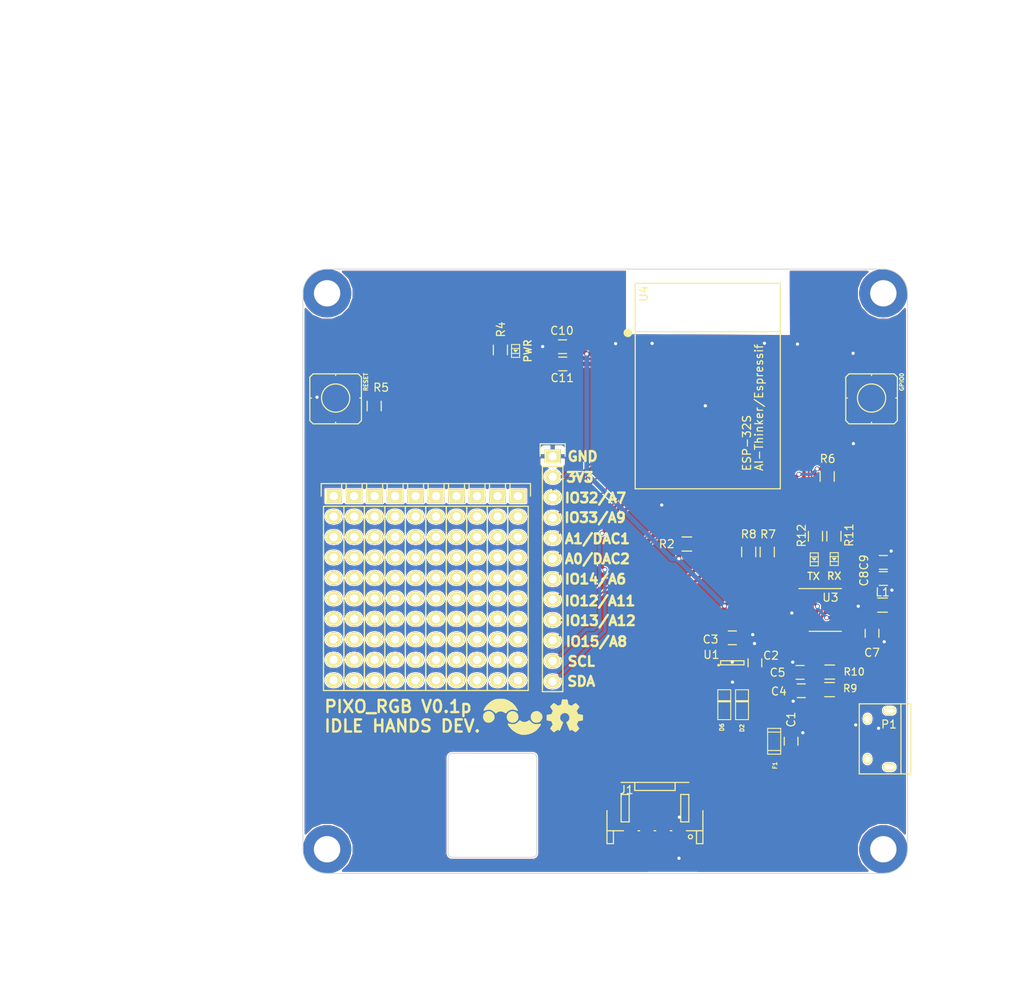
<source format=kicad_pcb>
(kicad_pcb (version 4) (host pcbnew 4.0.4-stable)
  (title_block (title "Sensory Adaptation Robot") (date 2016-03-10) (rev 0.1a) (company "Idle Hands Dev.") (comment 1 "Sean Hodgins"))
  (layers (0 F.Cu signal) (31 B.Cu signal) (34 B.Paste user) (35 F.Paste user) (36 B.SilkS user) (37 F.SilkS user) (38 B.Mask user) (39 F.Mask user) (44 Edge.Cuts user))
  (net 0 "")
  (net 1 GND)
  (net 2 "Net-(C1-Pad2)")
  (net 3 "Net-(C2-Pad1)")
  (net 4 +3V3)
  (net 5 "Net-(C4-Pad2)")
  (net 6 "Net-(C5-Pad2)")
  (net 7 VUSB)
  (net 8 "Net-(D1-Pad1)")
  (net 9 "Net-(D3-Pad2)")
  (net 10 "Net-(D3-Pad1)")
  (net 11 "Net-(D4-Pad2)")
  (net 12 "Net-(D4-Pad1)")
  (net 13 VSPLY)
  (net 14 CKS)
  (net 15 SDS)
  (net 16 /A0_DAC2)
  (net 17 /A1_DAC1)
  (net 18 /GPIO13_A12)
  (net 19 /GPIO12_A11)
  (net 20 /GPIO14_A6)
  (net 21 /GPIO33_A9)
  (net 22 /GPIO32_A7)
  (net 23 /GPIO15_A8)
  (net 24 /SCL)
  (net 25 /SDA)
  (net 26 "Net-(L1-Pad1)")
  (net 27 "Net-(P1-Pad4)")
  (net 28 "Net-(P1-Pad6)")
  (net 29 /GPIO2)
  (net 30 /GPIO0)
  (net 31 /RXESP)
  (net 32 "Net-(R7-Pad2)")
  (net 33 /TXESP)
  (net 34 "Net-(R8-Pad2)")
  (net 35 "Net-(R9-Pad1)")
  (net 36 "Net-(R10-Pad1)")
  (net 37 "Net-(U3-Pad2)")
  (net 38 "Net-(U3-Pad6)")
  (net 39 "Net-(U3-Pad15)")
  (net 40 "Net-(U3-Pad16)")
  (net 41 "Net-(U4-Pad33)")
  (net 42 "Net-(U4-Pad32)")
  (net 43 "Net-(U4-Pad29)")
  (net 44 "Net-(U4-Pad28)")
  (net 45 "Net-(U4-Pad27)")
  (net 46 "Net-(U4-Pad26)")
  (net 47 "Net-(U4-Pad22)")
  (net 48 "Net-(U4-Pad21)")
  (net 49 "Net-(U4-Pad20)")
  (net 50 "Net-(U4-Pad19)")
  (net 51 "Net-(U4-Pad18)")
  (net 52 "Net-(U4-Pad17)")
  (net 53 "Net-(U4-Pad12)")
  (net 54 "Net-(U4-Pad7)")
  (net 55 "Net-(U4-Pad6)")
  (net 56 "Net-(U4-Pad5)")
  (net 57 "Net-(U4-Pad4)")
  (net 58 /RESET)
  (module idlehands_footprints:STANDOFF_3MM_6MMOD (layer F.Cu) (at 100 100)
    (fp_text reference REF** hide)
    (fp_text value STANDOFF_3MM hide)
    (pad 1 thru_hole circle (at 0 0) (size 6 6) (drill 3.2) (layers *.Cu *.Mask))
  )
  (module idlehands_footprints:STANDOFF_3MM_6MMOD (layer F.Cu) (at 100 169)
    (fp_text reference REF** hide)
    (fp_text value STANDOFF_3MM hide)
    (pad 1 thru_hole circle (at 0 0) (size 6 6) (drill 3.2) (layers *.Cu *.Mask))
  )
  (module idlehands_footprints:STANDOFF_3MM_6MMOD (layer F.Cu) (at 169 169)
    (fp_text reference REF** hide)
    (fp_text value STANDOFF_3MM hide)
    (pad 1 thru_hole circle (at 0 0) (size 6 6) (drill 3.2) (layers *.Cu *.Mask))
  )
  (module Pin_Headers:Pin_Header_Straight_1x10 (layer F.Cu) (at 123.68 125.17)
    (fp_text reference REF** hide)
    (fp_text value Pin_Header_Straight_1x10 hide)
    (pad 1 thru_hole rect (at 0 0) (size 2.032 1.7272) (drill 1.016) (layers *.Cu *.Mask F.SilkS))
    (pad 2 thru_hole oval (at 0 2.54) (size 2.032 1.7272) (drill 1.016) (layers *.Cu *.Mask F.SilkS))
    (pad 3 thru_hole oval (at 0 5.08) (size 2.032 1.7272) (drill 1.016) (layers *.Cu *.Mask F.SilkS))
    (pad 4 thru_hole oval (at 0 7.62) (size 2.032 1.7272) (drill 1.016) (layers *.Cu *.Mask F.SilkS))
    (pad 5 thru_hole oval (at 0 10.16) (size 2.032 1.7272) (drill 1.016) (layers *.Cu *.Mask F.SilkS))
    (pad 6 thru_hole oval (at 0 12.7) (size 2.032 1.7272) (drill 1.016) (layers *.Cu *.Mask F.SilkS))
    (pad 7 thru_hole oval (at 0 15.24) (size 2.032 1.7272) (drill 1.016) (layers *.Cu *.Mask F.SilkS))
    (pad 8 thru_hole oval (at 0 17.78) (size 2.032 1.7272) (drill 1.016) (layers *.Cu *.Mask F.SilkS))
    (pad 9 thru_hole oval (at 0 20.32) (size 2.032 1.7272) (drill 1.016) (layers *.Cu *.Mask F.SilkS))
    (pad 10 thru_hole oval (at 0 22.86) (size 2.032 1.7272) (drill 1.016) (layers *.Cu *.Mask F.SilkS))
  )
  (module Pin_Headers:Pin_Header_Straight_1x10 (layer F.Cu) (at 121.14 125.17)
    (fp_text reference REF** hide)
    (fp_text value Pin_Header_Straight_1x10 hide)
    (pad 1 thru_hole rect (at 0 0) (size 2.032 1.7272) (drill 1.016) (layers *.Cu *.Mask F.SilkS))
    (pad 2 thru_hole oval (at 0 2.54) (size 2.032 1.7272) (drill 1.016) (layers *.Cu *.Mask F.SilkS))
    (pad 3 thru_hole oval (at 0 5.08) (size 2.032 1.7272) (drill 1.016) (layers *.Cu *.Mask F.SilkS))
    (pad 4 thru_hole oval (at 0 7.62) (size 2.032 1.7272) (drill 1.016) (layers *.Cu *.Mask F.SilkS))
    (pad 5 thru_hole oval (at 0 10.16) (size 2.032 1.7272) (drill 1.016) (layers *.Cu *.Mask F.SilkS))
    (pad 6 thru_hole oval (at 0 12.7) (size 2.032 1.7272) (drill 1.016) (layers *.Cu *.Mask F.SilkS))
    (pad 7 thru_hole oval (at 0 15.24) (size 2.032 1.7272) (drill 1.016) (layers *.Cu *.Mask F.SilkS))
    (pad 8 thru_hole oval (at 0 17.78) (size 2.032 1.7272) (drill 1.016) (layers *.Cu *.Mask F.SilkS))
    (pad 9 thru_hole oval (at 0 20.32) (size 2.032 1.7272) (drill 1.016) (layers *.Cu *.Mask F.SilkS))
    (pad 10 thru_hole oval (at 0 22.86) (size 2.032 1.7272) (drill 1.016) (layers *.Cu *.Mask F.SilkS))
  )
  (module Pin_Headers:Pin_Header_Straight_1x10 (layer F.Cu) (at 118.6 125.17)
    (fp_text reference REF** hide)
    (fp_text value Pin_Header_Straight_1x10 hide)
    (pad 1 thru_hole rect (at 0 0) (size 2.032 1.7272) (drill 1.016) (layers *.Cu *.Mask F.SilkS))
    (pad 2 thru_hole oval (at 0 2.54) (size 2.032 1.7272) (drill 1.016) (layers *.Cu *.Mask F.SilkS))
    (pad 3 thru_hole oval (at 0 5.08) (size 2.032 1.7272) (drill 1.016) (layers *.Cu *.Mask F.SilkS))
    (pad 4 thru_hole oval (at 0 7.62) (size 2.032 1.7272) (drill 1.016) (layers *.Cu *.Mask F.SilkS))
    (pad 5 thru_hole oval (at 0 10.16) (size 2.032 1.7272) (drill 1.016) (layers *.Cu *.Mask F.SilkS))
    (pad 6 thru_hole oval (at 0 12.7) (size 2.032 1.7272) (drill 1.016) (layers *.Cu *.Mask F.SilkS))
    (pad 7 thru_hole oval (at 0 15.24) (size 2.032 1.7272) (drill 1.016) (layers *.Cu *.Mask F.SilkS))
    (pad 8 thru_hole oval (at 0 17.78) (size 2.032 1.7272) (drill 1.016) (layers *.Cu *.Mask F.SilkS))
    (pad 9 thru_hole oval (at 0 20.32) (size 2.032 1.7272) (drill 1.016) (layers *.Cu *.Mask F.SilkS))
    (pad 10 thru_hole oval (at 0 22.86) (size 2.032 1.7272) (drill 1.016) (layers *.Cu *.Mask F.SilkS))
  )
  (module Pin_Headers:Pin_Header_Straight_1x10 (layer F.Cu) (at 116.06 125.17)
    (fp_text reference REF** hide)
    (fp_text value Pin_Header_Straight_1x10 hide)
    (pad 1 thru_hole rect (at 0 0) (size 2.032 1.7272) (drill 1.016) (layers *.Cu *.Mask F.SilkS))
    (pad 2 thru_hole oval (at 0 2.54) (size 2.032 1.7272) (drill 1.016) (layers *.Cu *.Mask F.SilkS))
    (pad 3 thru_hole oval (at 0 5.08) (size 2.032 1.7272) (drill 1.016) (layers *.Cu *.Mask F.SilkS))
    (pad 4 thru_hole oval (at 0 7.62) (size 2.032 1.7272) (drill 1.016) (layers *.Cu *.Mask F.SilkS))
    (pad 5 thru_hole oval (at 0 10.16) (size 2.032 1.7272) (drill 1.016) (layers *.Cu *.Mask F.SilkS))
    (pad 6 thru_hole oval (at 0 12.7) (size 2.032 1.7272) (drill 1.016) (layers *.Cu *.Mask F.SilkS))
    (pad 7 thru_hole oval (at 0 15.24) (size 2.032 1.7272) (drill 1.016) (layers *.Cu *.Mask F.SilkS))
    (pad 8 thru_hole oval (at 0 17.78) (size 2.032 1.7272) (drill 1.016) (layers *.Cu *.Mask F.SilkS))
    (pad 9 thru_hole oval (at 0 20.32) (size 2.032 1.7272) (drill 1.016) (layers *.Cu *.Mask F.SilkS))
    (pad 10 thru_hole oval (at 0 22.86) (size 2.032 1.7272) (drill 1.016) (layers *.Cu *.Mask F.SilkS))
  )
  (module Pin_Headers:Pin_Header_Straight_1x10 (layer F.Cu) (at 113.52 125.17)
    (fp_text reference REF** hide)
    (fp_text value Pin_Header_Straight_1x10 hide)
    (pad 1 thru_hole rect (at 0 0) (size 2.032 1.7272) (drill 1.016) (layers *.Cu *.Mask F.SilkS))
    (pad 2 thru_hole oval (at 0 2.54) (size 2.032 1.7272) (drill 1.016) (layers *.Cu *.Mask F.SilkS))
    (pad 3 thru_hole oval (at 0 5.08) (size 2.032 1.7272) (drill 1.016) (layers *.Cu *.Mask F.SilkS))
    (pad 4 thru_hole oval (at 0 7.62) (size 2.032 1.7272) (drill 1.016) (layers *.Cu *.Mask F.SilkS))
    (pad 5 thru_hole oval (at 0 10.16) (size 2.032 1.7272) (drill 1.016) (layers *.Cu *.Mask F.SilkS))
    (pad 6 thru_hole oval (at 0 12.7) (size 2.032 1.7272) (drill 1.016) (layers *.Cu *.Mask F.SilkS))
    (pad 7 thru_hole oval (at 0 15.24) (size 2.032 1.7272) (drill 1.016) (layers *.Cu *.Mask F.SilkS))
    (pad 8 thru_hole oval (at 0 17.78) (size 2.032 1.7272) (drill 1.016) (layers *.Cu *.Mask F.SilkS))
    (pad 9 thru_hole oval (at 0 20.32) (size 2.032 1.7272) (drill 1.016) (layers *.Cu *.Mask F.SilkS))
    (pad 10 thru_hole oval (at 0 22.86) (size 2.032 1.7272) (drill 1.016) (layers *.Cu *.Mask F.SilkS))
  )
  (module Pin_Headers:Pin_Header_Straight_1x10 (layer F.Cu) (at 110.98 125.17)
    (fp_text reference REF** hide)
    (fp_text value Pin_Header_Straight_1x10 hide)
    (pad 1 thru_hole rect (at 0 0) (size 2.032 1.7272) (drill 1.016) (layers *.Cu *.Mask F.SilkS))
    (pad 2 thru_hole oval (at 0 2.54) (size 2.032 1.7272) (drill 1.016) (layers *.Cu *.Mask F.SilkS))
    (pad 3 thru_hole oval (at 0 5.08) (size 2.032 1.7272) (drill 1.016) (layers *.Cu *.Mask F.SilkS))
    (pad 4 thru_hole oval (at 0 7.62) (size 2.032 1.7272) (drill 1.016) (layers *.Cu *.Mask F.SilkS))
    (pad 5 thru_hole oval (at 0 10.16) (size 2.032 1.7272) (drill 1.016) (layers *.Cu *.Mask F.SilkS))
    (pad 6 thru_hole oval (at 0 12.7) (size 2.032 1.7272) (drill 1.016) (layers *.Cu *.Mask F.SilkS))
    (pad 7 thru_hole oval (at 0 15.24) (size 2.032 1.7272) (drill 1.016) (layers *.Cu *.Mask F.SilkS))
    (pad 8 thru_hole oval (at 0 17.78) (size 2.032 1.7272) (drill 1.016) (layers *.Cu *.Mask F.SilkS))
    (pad 9 thru_hole oval (at 0 20.32) (size 2.032 1.7272) (drill 1.016) (layers *.Cu *.Mask F.SilkS))
    (pad 10 thru_hole oval (at 0 22.86) (size 2.032 1.7272) (drill 1.016) (layers *.Cu *.Mask F.SilkS))
  )
  (module Pin_Headers:Pin_Header_Straight_1x10 (layer F.Cu) (at 108.44 125.17)
    (fp_text reference REF** hide)
    (fp_text value Pin_Header_Straight_1x10 hide)
    (pad 1 thru_hole rect (at 0 0) (size 2.032 1.7272) (drill 1.016) (layers *.Cu *.Mask F.SilkS))
    (pad 2 thru_hole oval (at 0 2.54) (size 2.032 1.7272) (drill 1.016) (layers *.Cu *.Mask F.SilkS))
    (pad 3 thru_hole oval (at 0 5.08) (size 2.032 1.7272) (drill 1.016) (layers *.Cu *.Mask F.SilkS))
    (pad 4 thru_hole oval (at 0 7.62) (size 2.032 1.7272) (drill 1.016) (layers *.Cu *.Mask F.SilkS))
    (pad 5 thru_hole oval (at 0 10.16) (size 2.032 1.7272) (drill 1.016) (layers *.Cu *.Mask F.SilkS))
    (pad 6 thru_hole oval (at 0 12.7) (size 2.032 1.7272) (drill 1.016) (layers *.Cu *.Mask F.SilkS))
    (pad 7 thru_hole oval (at 0 15.24) (size 2.032 1.7272) (drill 1.016) (layers *.Cu *.Mask F.SilkS))
    (pad 8 thru_hole oval (at 0 17.78) (size 2.032 1.7272) (drill 1.016) (layers *.Cu *.Mask F.SilkS))
    (pad 9 thru_hole oval (at 0 20.32) (size 2.032 1.7272) (drill 1.016) (layers *.Cu *.Mask F.SilkS))
    (pad 10 thru_hole oval (at 0 22.86) (size 2.032 1.7272) (drill 1.016) (layers *.Cu *.Mask F.SilkS))
  )
  (module Pin_Headers:Pin_Header_Straight_1x10 (layer F.Cu) (at 105.9 125.17)
    (fp_text reference REF** hide)
    (fp_text value Pin_Header_Straight_1x10 hide)
    (pad 1 thru_hole rect (at 0 0) (size 2.032 1.7272) (drill 1.016) (layers *.Cu *.Mask F.SilkS))
    (pad 2 thru_hole oval (at 0 2.54) (size 2.032 1.7272) (drill 1.016) (layers *.Cu *.Mask F.SilkS))
    (pad 3 thru_hole oval (at 0 5.08) (size 2.032 1.7272) (drill 1.016) (layers *.Cu *.Mask F.SilkS))
    (pad 4 thru_hole oval (at 0 7.62) (size 2.032 1.7272) (drill 1.016) (layers *.Cu *.Mask F.SilkS))
    (pad 5 thru_hole oval (at 0 10.16) (size 2.032 1.7272) (drill 1.016) (layers *.Cu *.Mask F.SilkS))
    (pad 6 thru_hole oval (at 0 12.7) (size 2.032 1.7272) (drill 1.016) (layers *.Cu *.Mask F.SilkS))
    (pad 7 thru_hole oval (at 0 15.24) (size 2.032 1.7272) (drill 1.016) (layers *.Cu *.Mask F.SilkS))
    (pad 8 thru_hole oval (at 0 17.78) (size 2.032 1.7272) (drill 1.016) (layers *.Cu *.Mask F.SilkS))
    (pad 9 thru_hole oval (at 0 20.32) (size 2.032 1.7272) (drill 1.016) (layers *.Cu *.Mask F.SilkS))
    (pad 10 thru_hole oval (at 0 22.86) (size 2.032 1.7272) (drill 1.016) (layers *.Cu *.Mask F.SilkS))
  )
  (module Pin_Headers:Pin_Header_Straight_1x10 (layer F.Cu) (at 103.36 125.17)
    (fp_text reference REF** hide)
    (fp_text value Pin_Header_Straight_1x10 hide)
    (pad 1 thru_hole rect (at 0 0) (size 2.032 1.7272) (drill 1.016) (layers *.Cu *.Mask F.SilkS))
    (pad 2 thru_hole oval (at 0 2.54) (size 2.032 1.7272) (drill 1.016) (layers *.Cu *.Mask F.SilkS))
    (pad 3 thru_hole oval (at 0 5.08) (size 2.032 1.7272) (drill 1.016) (layers *.Cu *.Mask F.SilkS))
    (pad 4 thru_hole oval (at 0 7.62) (size 2.032 1.7272) (drill 1.016) (layers *.Cu *.Mask F.SilkS))
    (pad 5 thru_hole oval (at 0 10.16) (size 2.032 1.7272) (drill 1.016) (layers *.Cu *.Mask F.SilkS))
    (pad 6 thru_hole oval (at 0 12.7) (size 2.032 1.7272) (drill 1.016) (layers *.Cu *.Mask F.SilkS))
    (pad 7 thru_hole oval (at 0 15.24) (size 2.032 1.7272) (drill 1.016) (layers *.Cu *.Mask F.SilkS))
    (pad 8 thru_hole oval (at 0 17.78) (size 2.032 1.7272) (drill 1.016) (layers *.Cu *.Mask F.SilkS))
    (pad 9 thru_hole oval (at 0 20.32) (size 2.032 1.7272) (drill 1.016) (layers *.Cu *.Mask F.SilkS))
    (pad 10 thru_hole oval (at 0 22.86) (size 2.032 1.7272) (drill 1.016) (layers *.Cu *.Mask F.SilkS))
  )
  (module Capacitors_SMD:C_0805 (layer F.Cu) (at 169 133.4 180)
    (fp_text reference C9 (at 2.4 0 270) (layer F.SilkS))
    (fp_text value 10uF hide)
    (pad 1 smd rect (at -1 0 180) (size 1 1.25) (layers F.Cu F.Paste F.Mask) (net 1 GND))
    (pad 2 smd rect (at 1 0 180) (size 1 1.25) (layers F.Cu F.Paste F.Mask) (net 7 VUSB))
  )
  (module Capacitors_SMD:C_0805 (layer F.Cu) (at 129.21 106.63 180)
    (fp_text reference C10 (at 0.08 1.99 360) (layer F.SilkS))
    (fp_text value 10uF hide)
    (pad 1 smd rect (at -1 0 180) (size 1 1.25) (layers F.Cu F.Paste F.Mask) (net 4 +3V3))
    (pad 2 smd rect (at 1 0 180) (size 1 1.25) (layers F.Cu F.Paste F.Mask) (net 1 GND))
  )
  (module idlehands_footprints:Led_0603 (layer F.Cu) (at 123.38 107.1593 270)
    (fp_text reference D1 hide)
    (fp_text value PWR (at -0.0093 -1.52 450) (layer F.SilkS) (effects (font (size 0.9 0.9) (thickness 0.17))))
    (pad 2 smd rect (at -0.7493 0 270) (size 0.79756 0.79756) (layers F.Cu F.Paste F.Mask) (net 4 +3V3))
    (pad 1 smd rect (at 0.7493 0 270) (size 0.79756 0.79756) (layers F.Cu F.Paste F.Mask) (net 8 "Net-(D1-Pad1)"))
  )
  (module idlehands_footprints:Led_0603 (layer F.Cu) (at 162.91 132.99 270)
    (fp_text reference D3 hide)
    (fp_text value RX (at 2.1 0.01 360) (layer F.SilkS) (effects (font (size 0.9 0.9) (thickness 0.17))))
    (pad 2 smd rect (at -0.7493 0 270) (size 0.79756 0.79756) (layers F.Cu F.Paste F.Mask) (net 9 "Net-(D3-Pad2)"))
    (pad 1 smd rect (at 0.7493 0 270) (size 0.79756 0.79756) (layers F.Cu F.Paste F.Mask) (net 10 "Net-(D3-Pad1)"))
  )
  (module idlehands_footprints:Led_0603 (layer F.Cu) (at 160.43 133.02 270)
    (fp_text reference D4 hide)
    (fp_text value TX (at 2.1 0.09 360) (layer F.SilkS) (effects (font (size 0.9 0.9) (thickness 0.17))))
    (pad 2 smd rect (at -0.7493 0 270) (size 0.79756 0.79756) (layers F.Cu F.Paste F.Mask) (net 11 "Net-(D4-Pad2)"))
    (pad 1 smd rect (at 0.7493 0 270) (size 0.79756 0.79756) (layers F.Cu F.Paste F.Mask) (net 12 "Net-(D4-Pad1)"))
  )
  (module idlehands_footprints:c_1206 (layer F.Cu) (at 155.46 155.6 90)
    (fp_text reference F1 (at -3 0.1 90) (layer F.SilkS) (effects (font (size 0.50038 0.50038) (thickness 0.11938))))
    (fp_text value 500mA hide)
    (pad 1 smd rect (at 1.397 0 90) (size 1.6002 1.8034) (layers F.Cu F.Paste F.Mask) (net 7 VUSB))
    (pad 2 smd rect (at -1.397 0 90) (size 1.6002 1.8034) (layers F.Cu F.Paste F.Mask) (net 2 "Net-(C1-Pad2)"))
  )
  (module Connectors_JST_PH:Connectors_JST_S4B-PH-SM4-TB (layer F.Cu) (at 140.67 164.93 180)
    (fp_text reference J1 (at 3.51 3.29 180) (layer F.SilkS))
    (fp_text value PIXO_CONN)
    (pad 1 smd rect (at -3 -2.775 180) (size 1 3.5) (layers F.Cu F.Paste F.Mask) (net 1 GND))
    (pad 2 smd rect (at -1 -2.775 180) (size 1 3.5) (layers F.Cu F.Paste F.Mask) (net 15 SDS))
    (pad 3 smd rect (at 1 -2.775 180) (size 1 3.5) (layers F.Cu F.Paste F.Mask) (net 14 CKS))
    (pad 4 smd rect (at 3 -2.775 180) (size 1 3.5) (layers F.Cu F.Paste F.Mask) (net 13 VSPLY))
    (pad "" smd rect (at -5.4 2.775 180) (size 1.6 3.4) (layers F.Cu F.Paste F.Mask))
    (pad "" smd rect (at 5.4 2.775 180) (size 1.6 3.4) (layers F.Cu F.Paste F.Mask))
  )
  (module Connect:USB_Micro-B (layer F.Cu) (at 168.6 155.3 90)
    (fp_text reference P1 (at 1.8 1.1 180) (layer F.SilkS))
    (fp_text value USB_OTG)
    (pad 1 smd rect (at -1.3009 -1.56254 180) (size 1.35 0.4) (layers F.Cu F.Paste F.Mask) (net 2 "Net-(C1-Pad2)"))
    (pad 2 smd rect (at -0.6509 -1.56254 180) (size 1.35 0.4) (layers F.Cu F.Paste F.Mask) (net 5 "Net-(C4-Pad2)"))
    (pad 3 smd rect (at -0.0009 -1.56254 180) (size 1.35 0.4) (layers F.Cu F.Paste F.Mask) (net 6 "Net-(C5-Pad2)"))
    (pad 4 smd rect (at 0.6491 -1.56254 180) (size 1.35 0.4) (layers F.Cu F.Paste F.Mask) (net 27 "Net-(P1-Pad4)"))
    (pad 5 smd rect (at 1.2991 -1.56254 180) (size 1.35 0.4) (layers F.Cu F.Paste F.Mask) (net 1 GND))
    (pad 6 thru_hole oval (at -2.5009 -1.56254 180) (size 0.95 1.25) (drill oval 0.55 0.85) (layers *.Cu *.Mask F.SilkS) (net 28 "Net-(P1-Pad6)"))
    (pad 6 thru_hole oval (at 2.4991 -1.56254 180) (size 0.95 1.25) (drill oval 0.55 0.85) (layers *.Cu *.Mask F.SilkS) (net 28 "Net-(P1-Pad6)"))
    (pad 6 thru_hole oval (at -3.5009 1.13746 180) (size 1.55 1) (drill oval 1.15 0.5) (layers *.Cu *.Mask F.SilkS) (net 28 "Net-(P1-Pad6)"))
    (pad 6 thru_hole oval (at 3.4991 1.13746 180) (size 1.55 1) (drill oval 1.15 0.5) (layers *.Cu *.Mask F.SilkS) (net 28 "Net-(P1-Pad6)"))
  )
  (module idlehands_footprints:PTS-LFS (layer F.Cu) (at 167.54 113 270)
    (fp_text reference SW2 hide)
    (fp_text value GPIO0 (at -2 -3.75 270) (layer F.SilkS) (effects (font (size 0.5 0.5) (thickness 0.125))))
    (pad 1 smd rect (at 3.975 2.25 270) (size 1.55 1.3) (layers F.Cu F.Paste F.Mask) (net 1 GND))
    (pad 2 smd rect (at 3.975 -2.25 270) (size 1.55 1.3) (layers F.Cu F.Paste F.Mask) (net 30 /GPIO0))
    (pad 2 smd rect (at -3.975 -2.25 270) (size 1.55 1.3) (layers F.Cu F.Paste F.Mask) (net 30 /GPIO0))
    (pad 1 smd rect (at -3.975 2.25 270) (size 1.55 1.3) (layers F.Cu F.Paste F.Mask) (net 1 GND))
  )
  (module idlehands_footprints:PTS-LFS (layer F.Cu) (at 101.06 113 270)
    (fp_text reference SW3 hide)
    (fp_text value RESET (at -2 -3.75 270) (layer F.SilkS) (effects (font (size 0.5 0.5) (thickness 0.125))))
    (pad 1 smd rect (at 3.975 2.25 270) (size 1.55 1.3) (layers F.Cu F.Paste F.Mask) (net 1 GND))
    (pad 2 smd rect (at 3.975 -2.25 270) (size 1.55 1.3) (layers F.Cu F.Paste F.Mask) (net 58 /RESET))
    (pad 2 smd rect (at -3.975 -2.25 270) (size 1.55 1.3) (layers F.Cu F.Paste F.Mask) (net 58 /RESET))
    (pad 1 smd rect (at -3.975 2.25 270) (size 1.55 1.3) (layers F.Cu F.Paste F.Mask) (net 1 GND))
  )
  (module TO_SOT_Packages_SMD:SOT-23-5 (layer F.Cu) (at 150.27 145.86 90)
    (fp_text reference U1 (at 1 -2.6 180) (layer F.SilkS))
    (fp_text value AP2112K-3.3V hide)
    (pad 1 smd rect (at -1.1 -0.95 90) (size 1.06 0.65) (layers F.Cu F.Paste F.Mask) (net 3 "Net-(C2-Pad1)"))
    (pad 2 smd rect (at -1.1 0 90) (size 1.06 0.65) (layers F.Cu F.Paste F.Mask) (net 1 GND))
    (pad 3 smd rect (at -1.1 0.95 90) (size 1.06 0.65) (layers F.Cu F.Paste F.Mask) (net 3 "Net-(C2-Pad1)"))
    (pad 4 smd rect (at 1.1 0.95 90) (size 1.06 0.65) (layers F.Cu F.Paste F.Mask))
    (pad 5 smd rect (at 1.1 -0.95 90) (size 1.06 0.65) (layers F.Cu F.Paste F.Mask) (net 4 +3V3))
  )
  (module Housings_SSOP:SSOP-16_3.9x4.9mm_Pitch0.635mm (layer F.Cu) (at 161.8 139.3)
    (fp_text reference U3 (at 0.64 -1.54) (layer F.SilkS))
    (fp_text value FT230XS hide)
    (pad 1 smd rect (at -2.6 -2.2225) (size 1.2 0.4) (layers F.Cu F.Paste F.Mask) (net 32 "Net-(R7-Pad2)"))
    (pad 2 smd rect (at -2.6 -1.5875) (size 1.2 0.4) (layers F.Cu F.Paste F.Mask) (net 37 "Net-(U3-Pad2)"))
    (pad 3 smd rect (at -2.6 -0.9525) (size 1.2 0.4) (layers F.Cu F.Paste F.Mask) (net 4 +3V3))
    (pad 4 smd rect (at -2.6 -0.3175) (size 1.2 0.4) (layers F.Cu F.Paste F.Mask) (net 34 "Net-(R8-Pad2)"))
    (pad 5 smd rect (at -2.6 0.3175) (size 1.2 0.4) (layers F.Cu F.Paste F.Mask) (net 1 GND))
    (pad 6 smd rect (at -2.6 0.9525) (size 1.2 0.4) (layers F.Cu F.Paste F.Mask) (net 38 "Net-(U3-Pad6)"))
    (pad 7 smd rect (at -2.6 1.5875) (size 1.2 0.4) (layers F.Cu F.Paste F.Mask) (net 12 "Net-(D4-Pad1)"))
    (pad 8 smd rect (at -2.6 2.2225) (size 1.2 0.4) (layers F.Cu F.Paste F.Mask) (net 36 "Net-(R10-Pad1)"))
    (pad 9 smd rect (at 2.6 2.2225) (size 1.2 0.4) (layers F.Cu F.Paste F.Mask) (net 35 "Net-(R9-Pad1)"))
    (pad 10 smd rect (at 2.6 1.5875) (size 1.2 0.4) (layers F.Cu F.Paste F.Mask) (net 4 +3V3))
    (pad 11 smd rect (at 2.6 0.9525) (size 1.2 0.4) (layers F.Cu F.Paste F.Mask) (net 4 +3V3))
    (pad 12 smd rect (at 2.6 0.3175) (size 1.2 0.4) (layers F.Cu F.Paste F.Mask) (net 26 "Net-(L1-Pad1)"))
    (pad 13 smd rect (at 2.6 -0.3175) (size 1.2 0.4) (layers F.Cu F.Paste F.Mask) (net 1 GND))
    (pad 14 smd rect (at 2.6 -0.9525) (size 1.2 0.4) (layers F.Cu F.Paste F.Mask) (net 10 "Net-(D3-Pad1)"))
    (pad 15 smd rect (at 2.6 -1.5875) (size 1.2 0.4) (layers F.Cu F.Paste F.Mask) (net 39 "Net-(U3-Pad15)"))
    (pad 16 smd rect (at 2.6 -2.2225) (size 1.2 0.4) (layers F.Cu F.Paste F.Mask) (net 40 "Net-(U3-Pad16)"))
  )
  (module ESP32:ESP-32S (layer F.Cu) (at 147.27 115.78)
    (fp_text reference U4 (at -8.002566 -15.737338 270) (layer F.SilkS))
    (fp_text value ESP-32S)
    (fp_text user AI-Thinker/Espressif (at 6.3 -1.6 90) (layer F.SilkS))
    (fp_text user ESP-32S (at 4.8 2.8 90) (layer F.SilkS))
    (pad 38 smd oval (at 8.947434 -9.517338 180) (size 2.5 0.9) (layers F.Cu F.Paste F.Mask) (net 1 GND))
    (pad 37 smd oval (at 8.947434 -8.247338 180) (size 2.5 0.9) (layers F.Cu F.Paste F.Mask) (net 25 /SDA))
    (pad 36 smd oval (at 8.947434 -6.977338 180) (size 2.5 0.9) (layers F.Cu F.Paste F.Mask) (net 24 /SCL))
    (pad 35 smd oval (at 8.947434 -5.707338 180) (size 2.5 0.9) (layers F.Cu F.Paste F.Mask) (net 33 /TXESP))
    (pad 34 smd oval (at 8.947434 -4.437338 180) (size 2.5 0.9) (layers F.Cu F.Paste F.Mask) (net 31 /RXESP))
    (pad 33 smd oval (at 8.947434 -3.167338 180) (size 2.5 0.9) (layers F.Cu F.Paste F.Mask) (net 41 "Net-(U4-Pad33)"))
    (pad 32 smd oval (at 8.947434 -1.897338 180) (size 2.5 0.9) (layers F.Cu F.Paste F.Mask) (net 42 "Net-(U4-Pad32)"))
    (pad 31 smd oval (at 8.947434 -0.627338 180) (size 2.5 0.9) (layers F.Cu F.Paste F.Mask) (net 15 SDS))
    (pad 30 smd oval (at 8.947434 0.642662 180) (size 2.5 0.9) (layers F.Cu F.Paste F.Mask) (net 14 CKS))
    (pad 29 smd oval (at 8.947434 1.912662 180) (size 2.5 0.9) (layers F.Cu F.Paste F.Mask) (net 43 "Net-(U4-Pad29)"))
    (pad 28 smd oval (at 8.947434 3.182662 180) (size 2.5 0.9) (layers F.Cu F.Paste F.Mask) (net 44 "Net-(U4-Pad28)"))
    (pad 27 smd oval (at 8.947434 4.452662 180) (size 2.5 0.9) (layers F.Cu F.Paste F.Mask) (net 45 "Net-(U4-Pad27)"))
    (pad 26 smd oval (at 8.947434 5.722662 180) (size 2.5 0.9) (layers F.Cu F.Paste F.Mask) (net 46 "Net-(U4-Pad26)"))
    (pad 25 smd oval (at 8.947434 6.992662 180) (size 2.5 0.9) (layers F.Cu F.Paste F.Mask) (net 30 /GPIO0))
    (pad 24 smd oval (at 5.662434 8.482662 180) (size 0.9 2.5) (layers F.Cu F.Paste F.Mask) (net 29 /GPIO2))
    (pad 23 smd oval (at 4.392434 8.482662 180) (size 0.9 2.5) (layers F.Cu F.Paste F.Mask) (net 23 /GPIO15_A8))
    (pad 22 smd oval (at 3.122434 8.482662 180) (size 0.9 2.5) (layers F.Cu F.Paste F.Mask) (net 47 "Net-(U4-Pad22)"))
    (pad 21 smd oval (at 1.852434 8.482662 180) (size 0.9 2.5) (layers F.Cu F.Paste F.Mask) (net 48 "Net-(U4-Pad21)"))
    (pad 20 smd oval (at 0.582434 8.482662 180) (size 0.9 2.5) (layers F.Cu F.Paste F.Mask) (net 49 "Net-(U4-Pad20)"))
    (pad 19 smd oval (at -0.687566 8.482662 180) (size 0.9 2.5) (layers F.Cu F.Paste F.Mask) (net 50 "Net-(U4-Pad19)"))
    (pad 18 smd oval (at -1.957566 8.482662 180) (size 0.9 2.5) (layers F.Cu F.Paste F.Mask) (net 51 "Net-(U4-Pad18)"))
    (pad 17 smd oval (at -3.227566 8.482662 180) (size 0.9 2.5) (layers F.Cu F.Paste F.Mask) (net 52 "Net-(U4-Pad17)"))
    (pad 16 smd oval (at -4.497566 8.482662 180) (size 0.9 2.5) (layers F.Cu F.Paste F.Mask) (net 18 /GPIO13_A12))
    (pad 15 smd oval (at -5.767566 8.482662 180) (size 0.9 2.5) (layers F.Cu F.Paste F.Mask) (net 1 GND))
    (pad 14 smd oval (at -9.052566 6.992662 180) (size 2.5 0.9) (layers F.Cu F.Paste F.Mask) (net 19 /GPIO12_A11))
    (pad 13 smd oval (at -9.052566 5.722662 180) (size 2.5 0.9) (layers F.Cu F.Paste F.Mask) (net 20 /GPIO14_A6))
    (pad 12 smd oval (at -9.052566 4.452662 180) (size 2.5 0.9) (layers F.Cu F.Paste F.Mask) (net 53 "Net-(U4-Pad12)"))
    (pad 11 smd oval (at -9.052566 3.182662 180) (size 2.5 0.9) (layers F.Cu F.Paste F.Mask) (net 16 /A0_DAC2))
    (pad 10 smd oval (at -9.052566 1.912662 180) (size 2.5 0.9) (layers F.Cu F.Paste F.Mask) (net 17 /A1_DAC1))
    (pad 9 smd oval (at -9.052566 0.642662 180) (size 2.5 0.9) (layers F.Cu F.Paste F.Mask) (net 21 /GPIO33_A9))
    (pad 8 smd oval (at -9.052566 -0.627338 180) (size 2.5 0.9) (layers F.Cu F.Paste F.Mask) (net 22 /GPIO32_A7))
    (pad 7 smd oval (at -9.052566 -1.897338 180) (size 2.5 0.9) (layers F.Cu F.Paste F.Mask) (net 54 "Net-(U4-Pad7)"))
    (pad 6 smd oval (at -9.052566 -3.167338 180) (size 2.5 0.9) (layers F.Cu F.Paste F.Mask) (net 55 "Net-(U4-Pad6)"))
    (pad 5 smd oval (at -9.052566 -4.437338 180) (size 2.5 0.9) (layers F.Cu F.Paste F.Mask) (net 56 "Net-(U4-Pad5)"))
    (pad 4 smd oval (at -9.052566 -5.707338 180) (size 2.5 0.9) (layers F.Cu F.Paste F.Mask) (net 57 "Net-(U4-Pad4)"))
    (pad 3 smd oval (at -9.052566 -6.977338 180) (size 2.5 0.9) (layers F.Cu F.Paste F.Mask) (net 58 /RESET))
    (pad 2 smd oval (at -9.052566 -8.247338 180) (size 2.5 0.9) (layers F.Cu F.Paste F.Mask) (net 4 +3V3))
    (pad 1 smd oval (at -9.052566 -9.517338 180) (size 2.5 0.9) (layers F.Cu F.Paste F.Mask) (net 1 GND))
    (pad 39 smd rect (at -0.352566 -1.817338 180) (size 6 6) (layers F.Cu F.Paste F.Mask) (net 1 GND))
  )
  (module Capacitors_SMD:C_0805 (layer F.Cu) (at 157.56 155.6 270)
    (fp_text reference C1 (at -2.7 0 270) (layer F.SilkS))
    (fp_text value 0.1uF hide)
    (pad 1 smd rect (at -1 0 270) (size 1 1.25) (layers F.Cu F.Paste F.Mask) (net 1 GND))
    (pad 2 smd rect (at 1 0 270) (size 1 1.25) (layers F.Cu F.Paste F.Mask) (net 2 "Net-(C1-Pad2)"))
  )
  (module Capacitors_SMD:C_0805 (layer F.Cu) (at 153.07 145.86 90)
    (fp_text reference C2 (at 0.9 2 180) (layer F.SilkS))
    (fp_text value 1uF hide)
    (pad 1 smd rect (at -1 0 90) (size 1 1.25) (layers F.Cu F.Paste F.Mask) (net 3 "Net-(C2-Pad1)"))
    (pad 2 smd rect (at 1 0 90) (size 1 1.25) (layers F.Cu F.Paste F.Mask) (net 1 GND))
  )
  (module Capacitors_SMD:C_0805 (layer F.Cu) (at 150.27 142.76)
    (fp_text reference C3 (at -2.7 0.2 180) (layer F.SilkS))
    (fp_text value 2.2uF hide)
    (pad 1 smd rect (at -1 0) (size 1 1.25) (layers F.Cu F.Paste F.Mask) (net 4 +3V3))
    (pad 2 smd rect (at 1 0) (size 1 1.25) (layers F.Cu F.Paste F.Mask) (net 1 GND))
  )
  (module Capacitors_SMD:C_0805 (layer F.Cu) (at 158.82 149.33)
    (fp_text reference C4 (at -2.78 0.08) (layer F.SilkS))
    (fp_text value 47pF hide)
    (pad 1 smd rect (at -1 0) (size 1 1.25) (layers F.Cu F.Paste F.Mask) (net 1 GND))
    (pad 2 smd rect (at 1 0) (size 1 1.25) (layers F.Cu F.Paste F.Mask) (net 5 "Net-(C4-Pad2)"))
  )
  (module Capacitors_SMD:C_0805 (layer F.Cu) (at 158.67 147.05)
    (fp_text reference C5 (at -2.79 0.02) (layer F.SilkS))
    (fp_text value 47pF hide)
    (pad 1 smd rect (at -1 0) (size 1 1.25) (layers F.Cu F.Paste F.Mask) (net 1 GND))
    (pad 2 smd rect (at 1 0) (size 1 1.25) (layers F.Cu F.Paste F.Mask) (net 6 "Net-(C5-Pad2)"))
  )
  (module Capacitors_SMD:C_0805 (layer F.Cu) (at 167.6 142.2 90)
    (fp_text reference C7 (at -2.4 0 180) (layer F.SilkS))
    (fp_text value 0.1uF hide)
    (pad 1 smd rect (at -1 0 90) (size 1 1.25) (layers F.Cu F.Paste F.Mask) (net 1 GND))
    (pad 2 smd rect (at 1 0 90) (size 1 1.25) (layers F.Cu F.Paste F.Mask) (net 4 +3V3))
  )
  (module Capacitors_SMD:C_0805 (layer F.Cu) (at 169 135.4 180)
    (fp_text reference C8 (at 2.4 0 270) (layer F.SilkS))
    (fp_text value 0.1uF hide)
    (pad 1 smd rect (at -1 0 180) (size 1 1.25) (layers F.Cu F.Paste F.Mask) (net 1 GND))
    (pad 2 smd rect (at 1 0 180) (size 1 1.25) (layers F.Cu F.Paste F.Mask) (net 7 VUSB))
  )
  (module Capacitors_SMD:C_0805 (layer F.Cu) (at 129.24 108.77 180)
    (fp_text reference C11 (at 0.07 -1.74 360) (layer F.SilkS))
    (fp_text value 1uF hide)
    (pad 1 smd rect (at -1 0 180) (size 1 1.25) (layers F.Cu F.Paste F.Mask) (net 58 /RESET))
    (pad 2 smd rect (at 1 0 180) (size 1 1.25) (layers F.Cu F.Paste F.Mask) (net 1 GND))
  )
  (module Resistors_SMD:R_0805 (layer F.Cu) (at 144.63 131.12)
    (fp_text reference R2 (at -2.5 0) (layer F.SilkS))
    (fp_text value 10K hide)
    (pad 1 smd rect (at -0.95 0) (size 0.7 1.3) (layers F.Cu F.Paste F.Mask) (net 4 +3V3))
    (pad 2 smd rect (at 0.95 0) (size 0.7 1.3) (layers F.Cu F.Paste F.Mask) (net 29 /GPIO2))
  )
  (module Resistors_SMD:R_0805 (layer F.Cu) (at 121.5 107.03 270)
    (fp_text reference R4 (at -2.54 -0.06 270) (layer F.SilkS))
    (fp_text value 1K hide)
    (pad 1 smd rect (at -0.95 0 270) (size 0.7 1.3) (layers F.Cu F.Paste F.Mask) (net 8 "Net-(D1-Pad1)"))
    (pad 2 smd rect (at 0.95 0 270) (size 0.7 1.3) (layers F.Cu F.Paste F.Mask) (net 1 GND))
  )
  (module Resistors_SMD:R_0805 (layer F.Cu) (at 105.84 113.99 270)
    (fp_text reference R5 (at -2.29 -0.86 360) (layer F.SilkS))
    (fp_text value 10K hide)
    (pad 1 smd rect (at -0.95 0 270) (size 0.7 1.3) (layers F.Cu F.Paste F.Mask) (net 4 +3V3))
    (pad 2 smd rect (at 0.95 0 270) (size 0.7 1.3) (layers F.Cu F.Paste F.Mask) (net 58 /RESET))
  )
  (module Resistors_SMD:R_0805 (layer F.Cu) (at 162.03 122.74 90)
    (fp_text reference R6 (at 2.2 0.06 180) (layer F.SilkS))
    (fp_text value 1K hide)
    (pad 1 smd rect (at -0.95 0 90) (size 0.7 1.3) (layers F.Cu F.Paste F.Mask) (net 4 +3V3))
    (pad 2 smd rect (at 0.95 0 90) (size 0.7 1.3) (layers F.Cu F.Paste F.Mask) (net 30 /GPIO0))
  )
  (module Resistors_SMD:R_0805 (layer F.Cu) (at 154.6 132.11 270)
    (fp_text reference R7 (at -2.2 -0.1 360) (layer F.SilkS))
    (fp_text value 1K hide)
    (pad 1 smd rect (at -0.95 0 270) (size 0.7 1.3) (layers F.Cu F.Paste F.Mask) (net 31 /RXESP))
    (pad 2 smd rect (at 0.95 0 270) (size 0.7 1.3) (layers F.Cu F.Paste F.Mask) (net 32 "Net-(R7-Pad2)"))
  )
  (module Resistors_SMD:R_0805 (layer F.Cu) (at 152.3 132.1 270)
    (fp_text reference R8 (at -2.2 0 360) (layer F.SilkS))
    (fp_text value 1K hide)
    (pad 1 smd rect (at -0.95 0 270) (size 0.7 1.3) (layers F.Cu F.Paste F.Mask) (net 33 /TXESP))
    (pad 2 smd rect (at 0.95 0 270) (size 0.7 1.3) (layers F.Cu F.Paste F.Mask) (net 34 "Net-(R8-Pad2)"))
  )
  (module Resistors_SMD:R_0805 (layer F.Cu) (at 162.33 149.19 180)
    (fp_text reference R9 (at -2.56 0.15 360) (layer F.SilkS) (effects (font (size 0.9 0.9))))
    (fp_text value 27R hide)
    (pad 1 smd rect (at -0.95 0 180) (size 0.7 1.3) (layers F.Cu F.Paste F.Mask) (net 35 "Net-(R9-Pad1)"))
    (pad 2 smd rect (at 0.95 0 180) (size 0.7 1.3) (layers F.Cu F.Paste F.Mask) (net 5 "Net-(C4-Pad2)"))
  )
  (module Resistors_SMD:R_0805 (layer F.Cu) (at 162.35 147.01 180)
    (fp_text reference R10 (at -3.03 0.03 360) (layer F.SilkS) (effects (font (size 0.9 0.9))))
    (fp_text value 27R hide)
    (pad 1 smd rect (at -0.95 0 180) (size 0.7 1.3) (layers F.Cu F.Paste F.Mask) (net 36 "Net-(R10-Pad1)"))
    (pad 2 smd rect (at 0.95 0 180) (size 0.7 1.3) (layers F.Cu F.Paste F.Mask) (net 6 "Net-(C5-Pad2)"))
  )
  (module Resistors_SMD:R_0805 (layer F.Cu) (at 162.87 130.15 270)
    (fp_text reference R11 (at -0.14 -1.89 450) (layer F.SilkS))
    (fp_text value 1K hide)
    (pad 1 smd rect (at -0.95 0 270) (size 0.7 1.3) (layers F.Cu F.Paste F.Mask) (net 7 VUSB))
    (pad 2 smd rect (at 0.95 0 270) (size 0.7 1.3) (layers F.Cu F.Paste F.Mask) (net 9 "Net-(D3-Pad2)"))
  )
  (module Resistors_SMD:R_0805 (layer F.Cu) (at 160.58 130.15 270)
    (fp_text reference R12 (at -0.08 1.72 270) (layer F.SilkS))
    (fp_text value 1K hide)
    (pad 1 smd rect (at -0.95 0 270) (size 0.7 1.3) (layers F.Cu F.Paste F.Mask) (net 7 VUSB))
    (pad 2 smd rect (at 0.95 0 270) (size 0.7 1.3) (layers F.Cu F.Paste F.Mask) (net 11 "Net-(D4-Pad2)"))
  )
  (module idlehands_footprints:sod323 (layer F.Cu) (at 151.47 151.06 90)
    (fp_text reference D2 (at -2.9 0 90) (layer F.SilkS) (effects (font (size 0.5 0.5) (thickness 0.125))))
    (fp_text value BAT20J hide)
    (pad 2 smd rect (at -1.45 0 90) (size 1.5 1.2) (layers F.Cu F.Paste F.Mask) (net 7 VUSB))
    (pad 1 smd rect (at 1.45 0 90) (size 1.5 1.2) (layers F.Cu F.Paste F.Mask) (net 3 "Net-(C2-Pad1)"))
  )
  (module idlehands_footprints:sod323 (layer F.Cu) (at 149.27 151.06 90)
    (fp_text reference D6 (at -2.8 -0.3 90) (layer F.SilkS) (effects (font (size 0.5 0.5) (thickness 0.125))))
    (fp_text value BAT20J hide)
    (pad 2 smd rect (at -1.45 0 90) (size 1.5 1.2) (layers F.Cu F.Paste F.Mask) (net 13 VSPLY))
    (pad 1 smd rect (at 1.45 0 90) (size 1.5 1.2) (layers F.Cu F.Paste F.Mask) (net 3 "Net-(C2-Pad1)"))
  )
  (module Resistors_SMD:R_0805 (layer F.Cu) (at 168.9 138.7)
    (fp_text reference L1 (at 0 -1.6) (layer F.SilkS))
    (fp_text value FB hide)
    (pad 1 smd rect (at -0.95 0) (size 0.7 1.3) (layers F.Cu F.Paste F.Mask) (net 26 "Net-(L1-Pad1)"))
    (pad 2 smd rect (at 0.95 0) (size 0.7 1.3) (layers F.Cu F.Paste F.Mask) (net 7 VUSB))
  )
  (module Pin_Headers:Pin_Header_Straight_1x12 (layer F.Cu) (at 127.98 120.23)
    (fp_text reference P2 hide)
    (fp_text value GPIO)
    (pad 1 thru_hole rect (at 0 0) (size 2.032 1.7272) (drill 1.016) (layers *.Cu *.Mask F.SilkS) (net 1 GND))
    (pad 2 thru_hole oval (at 0 2.54) (size 2.032 1.7272) (drill 1.016) (layers *.Cu *.Mask F.SilkS) (net 4 +3V3))
    (pad 3 thru_hole oval (at 0 5.08) (size 2.032 1.7272) (drill 1.016) (layers *.Cu *.Mask F.SilkS) (net 22 /GPIO32_A7))
    (pad 4 thru_hole oval (at 0 7.62) (size 2.032 1.7272) (drill 1.016) (layers *.Cu *.Mask F.SilkS) (net 21 /GPIO33_A9))
    (pad 5 thru_hole oval (at 0 10.16) (size 2.032 1.7272) (drill 1.016) (layers *.Cu *.Mask F.SilkS) (net 17 /A1_DAC1))
    (pad 6 thru_hole oval (at 0 12.7) (size 2.032 1.7272) (drill 1.016) (layers *.Cu *.Mask F.SilkS) (net 16 /A0_DAC2))
    (pad 7 thru_hole oval (at 0 15.24) (size 2.032 1.7272) (drill 1.016) (layers *.Cu *.Mask F.SilkS) (net 20 /GPIO14_A6))
    (pad 8 thru_hole oval (at 0 17.78) (size 2.032 1.7272) (drill 1.016) (layers *.Cu *.Mask F.SilkS) (net 19 /GPIO12_A11))
    (pad 9 thru_hole oval (at 0 20.32) (size 2.032 1.7272) (drill 1.016) (layers *.Cu *.Mask F.SilkS) (net 18 /GPIO13_A12))
    (pad 10 thru_hole oval (at 0 22.86) (size 2.032 1.7272) (drill 1.016) (layers *.Cu *.Mask F.SilkS) (net 23 /GPIO15_A8))
    (pad 11 thru_hole oval (at 0 25.4) (size 2.032 1.7272) (drill 1.016) (layers *.Cu *.Mask F.SilkS) (net 24 /SCL))
    (pad 12 thru_hole oval (at 0 27.94) (size 2.032 1.7272) (drill 1.016) (layers *.Cu *.Mask F.SilkS) (net 25 /SDA))
  )
  (module Pin_Headers:Pin_Header_Straight_1x10 (layer F.Cu) (at 100.82 125.17)
    (fp_text reference REF** hide)
    (fp_text value Pin_Header_Straight_1x10 hide)
    (pad 1 thru_hole rect (at 0 0) (size 2.032 1.7272) (drill 1.016) (layers *.Cu *.Mask F.SilkS))
    (pad 2 thru_hole oval (at 0 2.54) (size 2.032 1.7272) (drill 1.016) (layers *.Cu *.Mask F.SilkS))
    (pad 3 thru_hole oval (at 0 5.08) (size 2.032 1.7272) (drill 1.016) (layers *.Cu *.Mask F.SilkS))
    (pad 4 thru_hole oval (at 0 7.62) (size 2.032 1.7272) (drill 1.016) (layers *.Cu *.Mask F.SilkS))
    (pad 5 thru_hole oval (at 0 10.16) (size 2.032 1.7272) (drill 1.016) (layers *.Cu *.Mask F.SilkS))
    (pad 6 thru_hole oval (at 0 12.7) (size 2.032 1.7272) (drill 1.016) (layers *.Cu *.Mask F.SilkS))
    (pad 7 thru_hole oval (at 0 15.24) (size 2.032 1.7272) (drill 1.016) (layers *.Cu *.Mask F.SilkS))
    (pad 8 thru_hole oval (at 0 17.78) (size 2.032 1.7272) (drill 1.016) (layers *.Cu *.Mask F.SilkS))
    (pad 9 thru_hole oval (at 0 20.32) (size 2.032 1.7272) (drill 1.016) (layers *.Cu *.Mask F.SilkS))
    (pad 10 thru_hole oval (at 0 22.86) (size 2.032 1.7272) (drill 1.016) (layers *.Cu *.Mask F.SilkS))
  )
  (module idlehands_footprints:STANDOFF_3MM_6MMOD (layer F.Cu) (at 169 100)
    (fp_text reference REF** hide)
    (fp_text value STANDOFF_3MM hide)
    (pad 1 thru_hole circle (at 0 0) (size 6 6) (drill 3.2) (layers *.Cu *.Mask))
  )
  (module idlehands_footprints:IdlehandsdevLogo (layer F.Cu) (at 123 152.5)
    (fp_text reference G*** hide)
    (fp_text value LOGO hide)
  )
  (module idlehands_footprints:OSHLogo (layer F.Cu) (at 129.5 152.5)
    (fp_text reference G*** hide)
    (fp_text value LOGO hide)
  )
  (module idlehands_footprints:SH_LOGO (layer F.Cu) (at 160.75 167.9)
    (fp_text reference G*** hide)
    (fp_text value LOGO hide)
  )
  (module idlehands_footprints:SH_LOGOcu (layer F.Cu) (at 160.8 167.9)
    (fp_text reference G*** hide)
    (fp_text value LOGO hide)
    (fp_poly (pts (xy -0.966646 -2.361155) (xy -0.948879 -2.360407) (xy -0.84604 -2.355022) (xy -0.739541 -2.297778) (xy -0.674771 -2.261873) (xy -0.622761 -2.230414) (xy -0.581522 -2.20198) (xy -0.549062 -2.175151) (xy -0.523389 -2.148508) (xy -0.514141 -2.137016) (xy -0.494586 -2.109271) (xy -0.480605 -2.085298) (xy -0.473268 -2.067503) (xy -0.473645 -2.058293) (xy -0.479136 -2.058268) (xy -0.496428 -2.063406) (xy -0.525867 -2.070616) (xy -0.563974 -2.079172) (xy -0.607268 -2.088346) (xy -0.65227 -2.097414) (xy -0.695501 -2.105647) (xy -0.73348 -2.112319) (xy -0.751789 -2.115196) (xy -0.930469 -2.13493) (xy -1.119725 -2.143181) (xy -1.319217 -2.139994) (xy -1.528603 -2.12541) (xy -1.747543 -2.099474) (xy -1.975697 -2.062228) (xy -2.212723 -2.013717) (xy -2.458281 -1.953982) (xy -2.712031 -1.883068) (xy -2.806394 -1.854478) (xy -2.871596 -1.833942) (xy -2.940851 -1.811442) (xy -3.012659 -1.787523) (xy -3.085515 -1.762732) (xy -3.157918 -1.737613) (xy -3.228364 -1.712712) (xy -3.295352 -1.688575) (xy -3.357378 -1.665747) (xy -3.412941 -1.644773) (xy -3.460537 -1.626198) (xy -3.498664 -1.610569) (xy -3.52582 -1.59843) (xy -3.540502 -1.590328) (xy -3.542479 -1.587274) (xy -3.532993 -1.583035) (xy -3.509509 -1.574386) (xy -3.473168 -1.561704) (xy -3.425109 -1.545362) (xy -3.366472 -1.525737) (xy -3.298396 -1.503203) (xy -3.222021 -1.478137) (xy -3.138486 -1.450912) (xy -3.048932 -1.421904) (xy -2.954498 -1.391489) (xy -2.856323 -1.360042) (xy -2.755547 -1.327937) (xy -2.734686 -1.321313) (xy -2.547969 -1.261696) (xy -2.375432 -1.205797) (xy -2.215933 -1.153188) (xy -2.068328 -1.103439) (xy -1.931475 -1.05612) (xy -1.804231 -1.010801) (xy -1.685453 -0.967054) (xy -1.573997 -0.924448) (xy -1.468721 -0.882554) (xy -1.368483 -0.840941) (xy -1.272138 -0.799182) (xy -1.178545 -0.756845) (xy -1.08656 -0.713501) (xy -0.99504 -0.668722) (xy -0.98425 -0.663339) (xy -0.774484 -0.552525) (xy -0.579843 -0.437329) (xy -0.400167 -0.317646) (xy -0.235294 -0.193372) (xy -0.150813 -0.122981) (xy -0.103199 -0.08042) (xy -0.050857 -0.031239) (xy 0.003055 0.021401) (xy 0.055374 0.074342) (xy 0.102943 0.124423) (xy 0.142599 0.168485) (xy 0.153577 0.181365) (xy 0.202406 0.239699) (xy 0.265906 0.235586) (xy 0.298368 0.231863) (xy 0.340745 0.224699) (xy 0.387712 0.215098) (xy 0.433945 0.204068) (xy 0.437109 0.203244) (xy 0.482555 0.192226) (xy 0.53032 0.182176) (xy 0.577553 0.173529) (xy 0.621401 0.166717) (xy 0.659012 0.162173) (xy 0.687535 0.160332) (xy 0.704116 0.161625) (xy 0.705933 0.162407) (xy 0.712677 0.164011) (xy 0.717064 0.157851) (xy 0.719212 0.142235) (xy 0.719239 0.115469) (xy 0.717264 0.075859) (xy 0.714626 0.037874) (xy 0.70901 -0.031271) (xy 0.702531 -0.097255) (xy 0.694828 -0.162188) (xy 0.685543 -0.228178) (xy 0.674317 -0.297335) (xy 0.660791 -0.371767) (xy 0.644606 -0.453583) (xy 0.625402 -0.544893) (xy 0.602822 -0.647806) (xy 0.582608 -0.737599) (xy 0.564926 -0.816538) (xy 0.548381 -0.892432) (xy 0.533316 -0.963562) (xy 0.520075 -1.028209) (xy 0.509001 -1.084656) (xy 0.500437 -1.131184) (xy 0.494727 -1.166076) (xy 0.492214 -1.187612) (xy 0.492125 -1.190425) (xy 0.499626 -1.202741) (xy 0.520406 -1.214787) (xy 0.551876 -1.225773) (xy 0.591448 -1.234907) (xy 0.636533 -1.2414) (xy 0.66675 -1.243785) (xy 0.725432 -1.243872) (xy 0.773691 -1.236153) (xy 0.815685 -1.219101) (xy 0.85557 -1.19119) (xy 0.885292 -1.163539) (xy 0.916455 -1.128766) (xy 0.94454 -1.089907) (xy 0.969827 -1.045865) (xy 0.992598 -0.995545) (xy 1.013135 -0.937854) (xy 1.031719 -0.871695) (xy 1.04863 -0.795974) (xy 1.064152 -0.709596) (xy 1.078564 -0.611466) (xy 1.092149 -0.500489) (xy 1.105188 -0.37557) (xy 1.114973 -0.269875) (xy 1.120638 -0.206786) (xy 1.126385 -0.144569) (xy 1.131922 -0.086232) (xy 1.136962 -0.03478) (xy 1.141214 0.006778) (xy 1.144312 0.034792) (xy 1.15365 0.113241) (xy 1.285247 0.108665) (xy 1.416597 0.099752) (xy 1.543843 0.083039) (xy 1.623622 0.071431) (xy 1.701567 0.063738) (xy 1.785264 0.059267) (xy 1.813718 0.058423) (xy 1.956593 0.054859) (xy 1.955679 -0.014243) (xy 1.954897 -0.039472) (xy 1.95294 -0.064319) (xy 1.949363 -0.090652) (xy 1.94372 -0.120341) (xy 1.935563 -0.155253) (xy 1.924447 -0.197257) (xy 1.909926 -0.248221) (xy 1.891552 -0.310014) (xy 1.86888 -0.384505) (xy 1.861427 -0.408782) (xy 1.837093 -0.488154) (xy 1.816957 -0.554424) (xy 1.800449 -0.609634) (xy 1.786997 -0.655824) (xy 1.776031 -0.695035) (xy 1.766981 -0.729307) (xy 1.759275 -0.760681) (xy 1.752345 -0.791197) (xy 1.745618 -0.822897) (xy 1.745542 -0.823265) (xy 1.736465 -0.876713) (xy 1.730367 -0.93266) (xy 1.727359 -0.987432) (xy 1.727551 -1.037354) (xy 1.731055 -1.078749) (xy 1.737066 -1.105499) (xy 1.759882 -1.14935) (xy 1.792047 -1.181877) (xy 1.831204 -1.202481) (xy 1.875 -1.210564) (xy 1.921077 -1.205528) (xy 1.967082 -1.186775) (xy 1.991775 -1.170185) (xy 2.030993 -1.133894) (xy 2.068615 -1.087097) (xy 2.10486 -1.029213) (xy 2.139949 -0.959657) (xy 2.174102 -0.877847) (xy 2.207537 -0.783199) (xy 2.240474 -0.67513) (xy 2.273134 -0.553059) (xy 2.305735 -0.4164) (xy 2.338498 -0.264571) (xy 2.345078 -0.232389) (xy 2.355662 -0.180388) (xy 2.365457 -0.132652) (xy 2.373936 -0.091712) (xy 2.380574 -0.060101) (xy 2.384845 -0.040351) (xy 2.385873 -0.035936) (xy 2.389042 -0.026274) (xy 2.394844 -0.020355) (xy 2.40663 -0.017268) (xy 2.427756 -0.016102) (xy 2.459501 -0.015945) (xy 2.543935 -0.017514) (xy 2.632397 -0.022183) (xy 2.726293 -0.030146) (xy 2.827027 -0.041596) (xy 2.936003 -0.056728) (xy 3.054627 -0.075736) (xy 3.184302 -0.098814) (xy 3.326434 -0.126155) (xy 3.472656 -0.155919) (xy 3.613484 -0.184741) (xy 3.739141 -0.209435) (xy 3.849598 -0.229994) (xy 3.944826 -0.246414) (xy 4.024795 -0.258689) (xy 4.089476 -0.266814) (xy 4.096968 -0.267586) (xy 4.165656 -0.274449) (xy 4.170026 -0.24752) (xy 4.172149 -0.221189) (xy 4.169194 -0.19361) (xy 4.160325 -0.160835) (xy 4.144707 -0.118917) (xy 4.14082 -0.109379) (xy 4.126882 -0.077609) (xy 4.115692 -0.058012) (xy 4.105208 -0.047625) (xy 4.09575 -0.043909) (xy 4.074649 -0.040169) (xy 4.039174 -0.034748) (xy 3.990717 -0.027821) (xy 3.930669 -0.019561) (xy 3.860423 -0.010145) (xy 3.78137 0.000253) (xy 3.694903 0.01146) (xy 3.602412 0.023299) (xy 3.50529 0.035596) (xy 3.404929 0.048177) (xy 3.302721 0.060866) (xy 3.200058 0.07349) (xy 3.098331 0.085872) (xy 2.998933 0.097839) (xy 2.903255 0.109216) (xy 2.812689 0.119828) (xy 2.728627 0.129501) (xy 2.652461 0.138059) (xy 2.6035 0.14341) (xy 2.555858 0.148625) (xy 2.513966 0.153367) (xy 2.480249 0.15735) (xy 2.457133 0.160285) (xy 2.447044 0.161886) (xy 2.44681 0.161986) (xy 2.4486 0.169737) (xy 2.454697 0.190285) (xy 2.46439 0.221365) (xy 2.476972 0.260712) (xy 2.491732 0.306061) (xy 2.495684 0.318085) (xy 2.516489 0.382898) (xy 2.536434 0.448673) (xy 2.556057 0.517471) (xy 2.575891 0.591348) (xy 2.596474 0.672366) (xy 2.618341 0.762582) (xy 2.642027 0.864055) (xy 2.668068 0.978845) (xy 2.671058 0.992187) (xy 2.696139 1.103479) (xy 2.718523 1.201066) (xy 2.738666 1.286804) (xy 2.757028 1.362545) (xy 2.774066 1.430143) (xy 2.790238 1.491454) (xy 2.806001 1.54833) (xy 2.821815 1.602625) (xy 2.821966 1.603133) (xy 2.838465 1.656718) (xy 2.853825 1.701774) (xy 2.869834 1.742377) (xy 2.88828 1.782603) (xy 2.910951 1.826528) (xy 2.939634 1.878226) (xy 2.952638 1.901031) (xy 2.989373 1.969597) (xy 3.015458 2.029359) (xy 3.031522 2.082689) (xy 3.038193 2.131955) (xy 3.036099 2.179529) (xy 3.032316 2.201736) (xy 3.022425 2.237902) (xy 3.008916 2.260818) (xy 2.988837 2.273097) (xy 2.959239 2.277349) (xy 2.946796 2.277435) (xy 2.914193 2.274887) (xy 2.882004 2.269093) (xy 2.868011 2.265064) (xy 2.842568 2.252688) (xy 2.814457 2.234156) (xy 2.800542 2.222924) (xy 2.787837 2.211399) (xy 2.776287 2.199896) (xy 2.765318 2.187234) (xy 2.754356 2.172228) (xy 2.742827 2.153696) (xy 2.730159 2.130454) (xy 2.715777 2.10132) (xy 2.699108 2.065111) (xy 2.679578 2.020643) (xy 2.656613 1.966733) (xy 2.629641 1.902199) (xy 2.598086 1.825857) (xy 2.561376 1.736524) (xy 2.543128 1.69203) (xy 2.513146 1.617804) (xy 2.482328 1.539234) (xy 2.450101 1.45477) (xy 2.415894 1.362858) (xy 2.379137 1.261948) (xy 2.339257 1.150486) (xy 2.295683 1.026922) (xy 2.250354 0.896937) (xy 2.209282 0.778913) (xy 2.170742 0.668746) (xy 2.135133 0.567563) (xy 2.102857 0.476492) (xy 2.074314 0.396662) (xy 2.049904 0.329199) (xy 2.030027 0.275232) (xy 2.02392 0.258959) (xy 2.006303 0.212324) (xy 1.965573 0.217434) (xy 1.94752 0.21959) (xy 1.916021 0.223233) (xy 1.873407 0.228099) (xy 1.82201 0.233923) (xy 1.764162 0.24044) (xy 1.702194 0.247386) (xy 1.678781 0.250001) (xy 1.610367 0.257751) (xy 1.540282 0.265901) (xy 1.471941 0.274036) (xy 1.408761 0.281747) (xy 1.354154 0.28862) (xy 1.311538 0.294244) (xy 1.307703 0.294772) (xy 1.182687 0.312086) (xy 1.182687 0.357911) (xy 1.184095 0.380964) (xy 1.187994 0.41598) (xy 1.193898 0.45933) (xy 1.201323 0.507384) (xy 1.207745 0.545165) (xy 1.219326 0.615251) (xy 1.22724 0.675566) (xy 1.232069 0.731633) (xy 1.2344 0.788974) (xy 1.234584 0.798936) (xy 1.235613 0.840079) (xy 1.237212 0.875816) (xy 1.239189 0.903003) (xy 1.24135 0.918498) (xy 1.242073 0.920514) (xy 1.250525 0.928085) (xy 1.269688 0.942368) (xy 1.296928 0.961477) (xy 1.329609 0.983532) (xy 1.338218 0.989217) (xy 1.396402 1.030702) (xy 1.440337 1.070071) (xy 1.471123 1.10925) (xy 1.489864 1.150166) (xy 1.497659 1.194746) (xy 1.495612 1.244917) (xy 1.493365 1.260598) (xy 1.478597 1.303248) (xy 1.449663 1.341059) (xy 1.407945 1.372417) (xy 1.389647 1.382012) (xy 1.350776 1.394618) (xy 1.300919 1.401975) (xy 1.244136 1.403889) (xy 1.184489 1.400165) (xy 1.141784 1.393835) (xy 1.111088 1.387286) (xy 1.073547 1.378119) (xy 1.032282 1.367234) (xy 0.990416 1.355531) (xy 0.951071 1.34391) (xy 0.917369 1.33327) (xy 0.892433 1.324512) (xy 0.879384 1.318535) (xy 0.878726 1.318012) (xy 0.873968 1.307138) (xy 0.867254 1.282704) (xy 0.858999 1.246846) (xy 0.849618 1.201701) (xy 0.839527 1.149405) (xy 0.82914 1.092096) (xy 0.818872 1.03191) (xy 0.809137 0.970983) (xy 0.801886 0.922261) (xy 0.796207 0.880444) (xy 0.789844 0.829885) (xy 0.783066 0.773106) (xy 0.776142 0.712626) (xy 0.769341 0.650967) (xy 0.762933 0.590647) (xy 0.757186 0.534188) (xy 0.75237 0.48411) (xy 0.748755 0.442933) (xy 0.746609 0.413178) (xy 0.746125 0.400241) (xy 0.741903 0.395897) (xy 0.727685 0.395895) (xy 0.701145 0.400313) (xy 0.692546 0.402069) (xy 0.671346 0.406899) (xy 0.639992 0.414556) (xy 0.601117 0.424348) (xy 0.557351 0.435583) (xy 0.511326 0.447566) (xy 0.465673 0.459607) (xy 0.423024 0.471011) (xy 0.386011 0.481087) (xy 0.357264 0.489141) (xy 0.339415 0.494481) (xy 0.334805 0.496241) (xy 0.336534 0.503964) (xy 0.343834 0.520866) (xy 0.348564 0.530468) (xy 0.373754 0.592166) (xy 0.393019 0.664907) (xy 0.405914 0.744834) (xy 0.411994 0.82809) (xy 0.410814 0.910819) (xy 0.401928 0.989163) (xy 0.401694 0.990513) (xy 0.372062 1.115721) (xy 0.327672 1.239386) (xy 0.269642 1.359847) (xy 0.199088 1.475441) (xy 0.117128 1.584509) (xy 0.024878 1.685389) (xy -0.076544 1.776418) (xy -0.175543 1.849079) (xy -0.289765 1.918609) (xy -0.407683 1.978055) (xy -0.531432 2.028175) (xy -0.663149 2.069724) (xy -0.804971 2.103458) (xy -0.959033 2.130134) (xy -0.976313 2.1326) (xy -1.030281 2.13839) (xy -1.096708 2.142716) (xy -1.172248 2.145577) (xy -1.253552 2.146976) (xy -1.337272 2.146914) (xy -1.420062 2.145391) (xy -1.498574 2.14241) (xy -1.56946 2.137971) (xy -1.627188 2.132345) (xy -1.728643 2.118391) (xy -1.833315 2.101055) (xy -1.937685 2.081076) (xy -2.038232 2.059192) (xy -2.131439 2.036141) (xy -2.213786 2.012663) (xy -2.244395 2.002816) (xy -2.33731 1.967936) (xy -2.426837 1.927126) (xy -2.510987 1.881673) (xy -2.587771 1.832863) (xy -2.655201 1.781983) (xy -2.71129 1.730317) (xy -2.754048 1.679154) (xy -2.761221 1.668478) (xy -2.788619 1.613226) (xy -2.803282 1.554507) (xy -2.803853 1.520367) (xy -2.372977 1.520367) (xy -2.371093 1.571578) (xy -2.357909 1.614307) (xy -2.328384 1.659025) (xy -2.284113 1.702851) (xy -2.22622 1.745246) (xy -2.15583 1.785671) (xy -2.074067 1.823591) (xy -1.982058 1.858466) (xy -1.880925 1.889758) (xy -1.771794 1.91693) (xy -1.691015 1.933253) (xy -1.587669 1.950286) (xy -1.495302 1.961144) (xy -1.410364 1.966051) (xy -1.329306 1.965229) (xy -1.26092 1.960203) (xy -1.128127 1.940404) (xy -0.996862 1.908477) (xy -0.868416 1.865319) (xy -0.744076 1.811827) (xy -0.625133 1.748897) (xy -0.512875 1.677427) (xy -0.408592 1.598312) (xy -0.313574 1.51245) (xy -0.22911 1.420737) (xy -0.156488 1.324071) (xy -0.097 1.223347) (xy -0.051932 1.119463) (xy -0.051878 1.119311) (xy -0.027003 1.037828) (xy -0.012476 0.959941) (xy -0.00702 0.878434) (xy -0.006905 0.865187) (xy -0.012806 0.766029) (xy -0.031533 0.672583) (xy -0.060957 0.587375) (xy -0.076578 0.550078) (xy -0.08804 0.52547) (xy -0.097096 0.511504) (xy -0.105498 0.506134) (xy -0.114997 0.507314) (xy -0.125467 0.512053) (xy -0.140085 0.517288) (xy -0.168729 0.525607) (xy -0.209932 0.536647) (xy -0.262223 0.550043) (xy -0.324133 0.565432) (xy -0.394193 0.58245) (xy -0.470934 0.600735) (xy -0.552887 0.619922) (xy -0.638582 0.639648) (xy -0.670719 0.64696) (xy -0.821635 0.682287) (xy -0.95962 0.717074) (xy -1.087551 0.752254) (xy -1.208304 0.788758) (xy -1.324755 0.82752) (xy -1.43978 0.869472) (xy -1.556254 0.915548) (xy -1.677056 0.966679) (xy -1.734255 0.991881) (xy -1.861034 1.050758) (xy -1.972577 1.107737) (xy -2.069364 1.163151) (xy -2.151877 1.217333) (xy -2.220596 1.270617) (xy -2.276001 1.323336) (xy -2.318575 1.375823) (xy -2.340911 1.41244) (xy -2.36282 1.466179) (xy -2.372977 1.520367) (xy -2.803853 1.520367) (xy -2.804253 1.496507) (xy -2.802867 1.486266) (xy -2.785526 1.417523) (xy -2.755336 1.343535) (xy -2.713457 1.266521) (xy -2.66105 1.188701) (xy -2.619974 1.136435) (xy -2.56155 1.07552) (xy -2.488422 1.014735) (xy -2.401755 0.9547) (xy -2.302713 0.896033) (xy -2.19246 0.83935) (xy -2.072159 0.785271) (xy -1.942976 0.734413) (xy -1.806073 0.687395) (xy -1.730375 0.664123) (xy -1.671698 0.647021) (xy -1.61507 0.631039) (xy -1.558806 0.615782) (xy -1.501223 0.600855) (xy -1.440636 0.585865) (xy -1.375361 0.570416) (xy -1.303714 0.554113) (xy -1.224011 0.536561) (xy -1.134568 0.517367) (xy -1.0337 0.496135) (xy -0.919723 0.47247) (xy -0.860986 0.460362) (xy -0.753986 0.438226) (xy -0.653772 0.417258) (xy -0.561339 0.397678) (xy -0.477681 0.379703) (xy -0.403791 0.363553) (xy -0.340665 0.349448) (xy -0.289297 0.337606) (xy -0.25068 0.328247) (xy -0.22581 0.32159) (xy -0.216304 0.318265) (xy -0.216679 0.310203) (xy -0.227591 0.292475) (xy -0.247993 0.266271) (xy -0.276838 0.232782) (xy -0.313081 0.193198) (xy -0.355675 0.148709) (xy -0.403575 0.100505) (xy -0.433377 0.071312) (xy -0.578626 -0.060127) (xy -0.738333 -0.186881) (xy -0.911647 -0.308466) (xy -1.097717 -0.424396) (xy -1.295693 -0.534187) (xy -1.504722 -0.637354) (xy -1.723954 -0.733413) (xy -1.952537 -0.821878) (xy -2.079152 -0.866182) (xy -2.147556 -0.888973) (xy -2.212284 -0.909868) (xy -2.275626 -0.929512) (xy -2.339877 -0.948547) (xy -2.407326 -0.967615) (xy -2.480268 -0.98736) (xy -2.560994 -1.008423) (xy -2.651797 -1.031449) (xy -2.754969 -1.057079) (xy -2.795715 -1.0671) (xy -2.894677 -1.091477) (xy -2.980381 -1.112826) (xy -3.055021 -1.131752) (xy -3.120791 -1.148862) (xy -3.179887 -1.164762) (xy -3.234502 -1.180058) (xy -3.286832 -1.195355) (xy -3.339072 -1.211261) (xy -3.393415 -1.228382) (xy -3.452057 -1.247322) (xy -3.472657 -1.254053) (xy -3.532291 -1.273276) (xy -3.597102 -1.293652) (xy -3.661994 -1.313614) (xy -3.721874 -1.331594) (xy -3.770313 -1.345648) (xy -3.864618 -1.373928) (xy -3.94413 -1.401498) (xy -4.009873 -1.428977) (xy -4.062874 -1.456983) (xy -4.104158 -1.486134) (xy -4.13475 -1.517047) (xy -4.155677 -1.55034) (xy -4.167602 -1.585014) (xy -4.171297 -1.618907) (xy -4.165126 -1.649211) (xy -4.147941 -1.677311) (xy -4.118597 -1.704589) (xy -4.075948 -1.732429) (xy -4.022189 -1.760598) (xy -3.984781 -1.778028) (xy -3.944175 -1.795386) (xy -3.899268 -1.813015) (xy -3.848954 -1.831255) (xy -3.79213 -1.850448) (xy -3.727691 -1.870934) (xy -3.654535 -1.893055) (xy -3.571555 -1.917152) (xy -3.477649 -1.943566) (xy -3.371712 -1.972639) (xy -3.252641 -2.004711) (xy -3.11933 -2.040124) (xy -3.107532 -2.04324) (xy -2.935556 -2.088082) (xy -2.776971 -2.128206) (xy -2.630117 -2.163939) (xy -2.493333 -2.195606) (xy -2.364957 -2.223535) (xy -2.24333 -2.248052) (xy -2.126791 -2.269483) (xy -2.013678 -2.288154) (xy -1.90233 -2.304393) (xy -1.791088 -2.318526) (xy -1.67829 -2.33088) (xy -1.611313 -2.337375) (xy -1.547433 -2.342628) (xy -1.474808 -2.347466) (xy -1.396356 -2.351786) (xy -1.314994 -2.355486) (xy -1.233639 -2.358467) (xy -1.155209 -2.360625) (xy -1.082622 -2.36186) (xy -1.018795 -2.362071) (xy -0.966646 -2.361155)) (layer F.Cu) (width 0.01))
  )
  (gr_text "PIXO_RGB V0.1p\nIDLE HANDS DEV." (at 99.5 152.5) (layer F.SilkS) (effects (font (size 1.5 1.5) (thickness 0.3)) (justify left)))
  (gr_text SDA (at 131.53 148.17) (layer F.SilkS) (effects (font (size 1.2 1.2) (thickness 0.3))))
  (gr_text SCL (at 131.54 145.69) (layer F.SilkS) (effects (font (size 1.2 1.2) (thickness 0.3))))
  (gr_text IO15/A8 (at 133.41 143.23) (layer F.SilkS) (effects (font (size 1.2 1.2) (thickness 0.3))))
  (gr_text IO13/A12 (at 133.91 140.64) (layer F.SilkS) (effects (font (size 1.2 1.2) (thickness 0.3))))
  (gr_text IO12/A11 (at 133.85 138.19) (layer F.SilkS) (effects (font (size 1.2 1.2) (thickness 0.3))))
  (gr_text IO14/A6 (at 133.29 135.48) (layer F.SilkS) (effects (font (size 1.2 1.2) (thickness 0.3))))
  (gr_text A0/DAC2 (at 133.53 132.97) (layer F.SilkS) (effects (font (size 1.2 1.2) (thickness 0.3))))
  (gr_text A1/DAC1 (at 133.53 130.48) (layer F.SilkS) (effects (font (size 1.2 1.2) (thickness 0.3))))
  (gr_text IO33/A9 (at 133.25 127.85) (layer F.SilkS) (effects (font (size 1.2 1.2) (thickness 0.3))))
  (gr_text IO32/A7 (at 133.29 125.4) (layer F.SilkS) (effects (font (size 1.2 1.2) (thickness 0.3))))
  (gr_text 3V3 (at 131.36 122.84) (layer F.SilkS) (effects (font (size 1.2 1.2) (thickness 0.3))))
  (gr_text GND (at 131.7 120.25) (layer F.SilkS) (effects (font (size 1.2 1.2) (thickness 0.3))))
  (gr_line (start 125.5 157.1) (end 115.5 157.1) (layer Edge.Cuts) (width 0.1))
  (gr_arc (start 115.5 157.6) (end 115.5 157.1) (angle -90.000002) (layer Edge.Cuts) (width 0.1))
  (gr_line (start 115 157.6) (end 115 169.499997) (layer Edge.Cuts) (width 0.1))
  (gr_arc (start 115.5 169.499997) (end 115 169.499997) (angle -90.000002) (layer Edge.Cuts) (width 0.1))
  (gr_line (start 115.5 169.999997) (end 125.5 169.999997) (layer Edge.Cuts) (width 0.1))
  (gr_line (start 172.00058 100.000169) (end 172.00058 169.000169) (layer Edge.Cuts) (width 0.1))
  (gr_arc (start 169.00058 169.000169) (end 169.00058 172.000169) (angle -90.000003) (layer Edge.Cuts) (width 0.1))
  (gr_line (start 169.00058 172.000169) (end 100.00058 172.000169) (layer Edge.Cuts) (width 0.1))
  (gr_arc (start 100.00058 169.000169) (end 97.00058 169.000169) (angle -89.999992) (layer Edge.Cuts) (width 0.1))
  (gr_line (start 97.00058 169.000169) (end 97.00058 100.000169) (layer Edge.Cuts) (width 0.1))
  (gr_arc (start 100.00058 100.000169) (end 100.00058 97.000169) (angle -89.999992) (layer Edge.Cuts) (width 0.1))
  (gr_line (start 100.00058 97.000169) (end 169.00058 97.000169) (layer Edge.Cuts) (width 0.1))
  (gr_arc (start 169.00058 100.000169) (end 172.00058 100.000169) (angle -90.000003) (layer Edge.Cuts) (width 0.1))
  (gr_arc (start 125.5 169.499997) (end 125.5 169.999997) (angle -90.000003) (layer Edge.Cuts) (width 0.1))
  (gr_line (start 126 169.499997) (end 126 157.6) (layer Edge.Cuts) (width 0.1))
  (gr_circle (center 100.00058 100.000169) (end 101.60058 100.000169) (layer Edge.Cuts) (width 0.1))
  (gr_circle (center 100.00058 169.000169) (end 101.60058 169.000169) (layer Edge.Cuts) (width 0.1))
  (gr_circle (center 169.00058 100.000169) (end 170.60058 100.000169) (layer Edge.Cuts) (width 0.1))
  (gr_circle (center 169.00058 169.000169) (end 170.60058 169.000169) (layer Edge.Cuts) (width 0.1))
  (gr_arc (start 125.5 157.6) (end 126 157.6) (angle -90.000003) (layer Edge.Cuts) (width 0.1))
  (segment (start 98.81 116.975) (end 98.81 112.96) (width 0.4) (layer F.Cu) (net 1))
  (segment (start 98.81 112.96) (end 98.75 112.9) (width 0.4) (layer F.Cu) (net 1))
  (segment (start 98.75 112.9) (end 98.7 112.95) (width 0.4) (layer B.Cu) (net 1))
  (segment (start 98.7 112.95) (end 98.7 113.2) (width 0.4) (layer B.Cu) (net 1))
  (segment (start 98.81 109.025) (end 98.81 112.84) (width 0.4) (layer F.Cu) (net 1))
  (segment (start 98.81 112.84) (end 98.75 112.9) (width 0.4) (layer F.Cu) (net 1))
  (via (at 98.75 112.9) (size 0.6) (drill 0.4) (layers F.Cu B.Cu) (net 1))
  (segment (start 165.29 109.025) (end 165.29 107.49) (width 0.4) (layer F.Cu) (net 1))
  (segment (start 165.29 107.49) (end 165.25 107.45) (width 0.4) (layer F.Cu) (net 1))
  (via (at 165.25 107.45) (size 0.6) (drill 0.4) (layers F.Cu B.Cu) (net 1))
  (segment (start 156.217434 106.262662) (end 154.312662 106.262662) (width 0.4) (layer F.Cu) (net 1))
  (segment (start 154.312662 106.262662) (end 154.25 106.2) (width 0.4) (layer F.Cu) (net 1))
  (via (at 154.25 106.2) (size 0.6) (drill 0.4) (layers F.Cu B.Cu) (net 1))
  (segment (start 165.29 116.975) (end 165.29 118.66) (width 0.4) (layer F.Cu) (net 1))
  (via (at 165.29 118.66) (size 0.6) (drill 0.4) (layers F.Cu B.Cu) (net 1))
  (segment (start 156.217434 106.262662) (end 158.302662 106.262662) (width 0.4) (layer F.Cu) (net 1))
  (segment (start 158.302662 106.262662) (end 158.35 106.31) (width 0.4) (layer F.Cu) (net 1))
  (via (at 158.35 106.31) (size 0.6) (drill 0.4) (layers F.Cu B.Cu) (net 1))
  (segment (start 170 133.4) (end 170 132.02) (width 0.4) (layer F.Cu) (net 1))
  (segment (start 170 132.02) (end 169.97 131.99) (width 0.4) (layer F.Cu) (net 1))
  (via (at 169.97 131.99) (size 0.6) (drill 0.4) (layers F.Cu B.Cu) (net 1))
  (segment (start 170 135.4) (end 170 136.78) (width 0.4) (layer F.Cu) (net 1))
  (segment (start 170 136.78) (end 170.06 136.84) (width 0.4) (layer F.Cu) (net 1))
  (via (at 170.06 136.84) (size 0.6) (drill 0.4) (layers F.Cu B.Cu) (net 1))
  (segment (start 167.6 143.2) (end 169.06 143.2) (width 0.4) (layer F.Cu) (net 1))
  (segment (start 169.06 143.2) (end 169.11 143.25) (width 0.4) (layer F.Cu) (net 1))
  (via (at 169.11 143.25) (size 0.6) (drill 0.4) (layers F.Cu B.Cu) (net 1))
  (segment (start 164.4 138.9825) (end 165.7475 138.9825) (width 0.4) (layer F.Cu) (net 1))
  (via (at 165.89 138.84) (size 0.6) (drill 0.4) (layers F.Cu B.Cu) (net 1))
  (segment (start 165.7475 138.9825) (end 165.89 138.84) (width 0.4) (layer F.Cu) (net 1))
  (segment (start 159.2 139.6175) (end 157.7125 139.6175) (width 0.4) (layer F.Cu) (net 1))
  (segment (start 157.7125 139.6175) (end 157.65 139.68) (width 0.4) (layer F.Cu) (net 1))
  (via (at 157.65 139.68) (size 0.6) (drill 0.4) (layers F.Cu B.Cu) (net 1))
  (segment (start 143.67 167.705) (end 143.67 170.1) (width 0.6) (layer F.Cu) (net 1))
  (via (at 143.65 170.12) (size 0.6) (drill 0.4) (layers F.Cu B.Cu) (net 1))
  (segment (start 143.67 170.1) (end 143.65 170.12) (width 0.6) (layer F.Cu) (net 1))
  (segment (start 143.67 167.705) (end 143.67 165.05) (width 0.6) (layer F.Cu) (net 1))
  (segment (start 143.67 165.05) (end 143.7 165.02) (width 0.6) (layer F.Cu) (net 1))
  (via (at 143.7 165.02) (size 0.6) (drill 0.4) (layers F.Cu B.Cu) (net 1))
  (segment (start 141.502434 124.262662) (end 141.502434 126.272434) (width 0.6) (layer F.Cu) (net 1))
  (segment (start 141.502434 126.272434) (end 141.51 126.28) (width 0.6) (layer F.Cu) (net 1))
  (via (at 141.51 126.28) (size 0.6) (drill 0.4) (layers F.Cu B.Cu) (net 1))
  (via (at 146.917434 113.962662) (size 0.6) (drill 0.4) (layers F.Cu B.Cu) (net 1))
  (segment (start 138.217434 106.262662) (end 140.277338 106.262662) (width 0.6) (layer F.Cu) (net 1))
  (segment (start 140.277338 106.262662) (end 140.32 106.22) (width 0.6) (layer F.Cu) (net 1))
  (via (at 140.32 106.22) (size 0.6) (drill 0.4) (layers F.Cu B.Cu) (net 1))
  (segment (start 138.217434 106.262662) (end 135.802662 106.262662) (width 0.6) (layer F.Cu) (net 1))
  (via (at 135.79 106.25) (size 0.6) (drill 0.4) (layers F.Cu B.Cu) (net 1))
  (segment (start 135.802662 106.262662) (end 135.79 106.25) (width 0.6) (layer F.Cu) (net 1))
  (segment (start 128.21 106.63) (end 126.76 106.63) (width 0.6) (layer F.Cu) (net 1))
  (segment (start 126.76 106.63) (end 126.74 106.61) (width 0.6) (layer F.Cu) (net 1))
  (via (at 126.74 106.61) (size 0.6) (drill 0.4) (layers F.Cu B.Cu) (net 1))
  (segment (start 150.27 146.96) (end 150.27 148.24) (width 0.4) (layer F.Cu) (net 1))
  (segment (start 150.27 148.24) (end 150.29 148.26) (width 0.4) (layer F.Cu) (net 1))
  (via (at 150.29 148.26) (size 0.6) (drill 0.4) (layers F.Cu B.Cu) (net 1))
  (segment (start 150.27 146.96) (end 150.27 145.8) (width 0.4) (layer F.Cu) (net 1))
  (segment (start 150.27 145.8) (end 150.26 145.79) (width 0.4) (layer F.Cu) (net 1))
  (via (at 150.26 145.79) (size 0.6) (drill 0.4) (layers F.Cu B.Cu) (net 1))
  (segment (start 151.27 142.76) (end 152.41 142.76) (width 0.4) (layer F.Cu) (net 1))
  (segment (start 152.41 142.76) (end 152.8 142.37) (width 0.4) (layer F.Cu) (net 1))
  (via (at 152.8 142.37) (size 0.6) (drill 0.4) (layers F.Cu B.Cu) (net 1))
  (segment (start 153.07 144.86) (end 153.07 143.52) (width 0.4) (layer F.Cu) (net 1))
  (segment (start 153.07 143.52) (end 153.02 143.47) (width 0.4) (layer F.Cu) (net 1))
  (via (at 153.02 143.47) (size 0.6) (drill 0.4) (layers F.Cu B.Cu) (net 1))
  (segment (start 157.67 147.05) (end 157.67 145.87) (width 0.4) (layer F.Cu) (net 1))
  (segment (start 157.67 145.87) (end 157.76 145.78) (width 0.4) (layer F.Cu) (net 1))
  (via (at 157.76 145.78) (size 0.6) (drill 0.4) (layers F.Cu B.Cu) (net 1))
  (segment (start 157.82 149.33) (end 157.82 150.62) (width 0.4) (layer F.Cu) (net 1))
  (via (at 157.82 150.62) (size 0.6) (drill 0.4) (layers F.Cu B.Cu) (net 1))
  (segment (start 157.56 154.6) (end 158.95 154.6) (width 0.4) (layer F.Cu) (net 1))
  (segment (start 158.95 154.6) (end 159.01 154.54) (width 0.4) (layer F.Cu) (net 1))
  (via (at 159.01 154.54) (size 0.6) (drill 0.4) (layers F.Cu B.Cu) (net 1))
  (segment (start 167.03746 154.0009) (end 166.0109 154.0009) (width 0.4) (layer F.Cu) (net 1))
  (segment (start 166.0109 154.0009) (end 165.58 153.57) (width 0.4) (layer F.Cu) (net 1))
  (via (at 165.58 153.57) (size 0.6) (drill 0.4) (layers F.Cu B.Cu) (net 1))
  (segment (start 167.03746 154.0009) (end 168.3991 154.0009) (width 0.4) (layer F.Cu) (net 1))
  (segment (start 168.3991 154.0009) (end 168.41 153.99) (width 0.4) (layer F.Cu) (net 1))
  (via (at 168.41 153.99) (size 0.6) (drill 0.4) (layers F.Cu B.Cu) (net 1))
  (segment (start 155.46 156.997) (end 157.163 156.997) (width 0.6) (layer F.Cu) (net 2))
  (segment (start 157.163 156.997) (end 157.56 156.6) (width 0.6) (layer F.Cu) (net 2))
  (segment (start 151.22 146.96) (end 152.97 146.96) (width 0.6) (layer F.Cu) (net 3))
  (segment (start 152.97 146.96) (end 153.07 146.86) (width 0.6) (layer F.Cu) (net 3))
  (segment (start 151.22 146.96) (end 151.22 149.36) (width 0.6) (layer F.Cu) (net 3))
  (segment (start 151.22 149.36) (end 151.47 149.61) (width 0.6) (layer F.Cu) (net 3))
  (segment (start 149.32 146.96) (end 149.32 149.56) (width 0.6) (layer F.Cu) (net 3))
  (segment (start 149.32 149.56) (end 149.27 149.61) (width 0.6) (layer F.Cu) (net 3))
  (segment (start 151.47 149.61) (end 149.27 149.61) (width 0.6) (layer F.Cu) (net 3))
  (segment (start 105.84 113.04) (end 106.89 113.04) (width 0.4) (layer F.Cu) (net 4))
  (segment (start 106.89 113.04) (end 113.84 106.09) (width 0.4) (layer F.Cu) (net 4))
  (segment (start 113.84 106.09) (end 115.27 106.09) (width 0.4) (layer F.Cu) (net 4))
  (segment (start 127.98 122.77) (end 129.396 122.77) (width 0.4) (layer B.Cu) (net 4))
  (segment (start 129.396 122.77) (end 129.763338 122.402662) (width 0.4) (layer B.Cu) (net 4))
  (segment (start 129.763338 122.402662) (end 132.212662 122.402662) (width 0.4) (layer B.Cu) (net 4))
  (segment (start 161.97 140.27) (end 164.3825 140.27) (width 0.4) (layer F.Cu) (net 4))
  (segment (start 164.3825 140.27) (end 164.4 140.2525) (width 0.4) (layer F.Cu) (net 4))
  (segment (start 160.83 138.85) (end 160.83 139.13) (width 0.4) (layer B.Cu) (net 4))
  (segment (start 160.83 139.13) (end 161.97 140.27) (width 0.4) (layer B.Cu) (net 4))
  (via (at 161.97 140.27) (size 0.6) (drill 0.4) (layers F.Cu B.Cu) (net 4))
  (segment (start 159.2 138.3475) (end 160.3275 138.3475) (width 0.4) (layer F.Cu) (net 4))
  (segment (start 160.3275 138.3475) (end 160.83 138.85) (width 0.4) (layer F.Cu) (net 4))
  (via (at 160.83 138.85) (size 0.6) (drill 0.4) (layers F.Cu B.Cu) (net 4))
  (segment (start 153.230001 132.349999) (end 155.040003 132.349999) (width 0.4) (layer F.Cu) (net 4))
  (segment (start 155.040003 132.349999) (end 162.03 125.360002) (width 0.4) (layer F.Cu) (net 4))
  (segment (start 162.03 125.360002) (end 162.03 124.44) (width 0.4) (layer F.Cu) (net 4))
  (segment (start 162.03 124.44) (end 162.03 123.69) (width 0.4) (layer F.Cu) (net 4))
  (segment (start 149.31 138.81) (end 149.609999 138.510001) (width 0.4) (layer F.Cu) (net 4))
  (segment (start 149.609999 138.510001) (end 149.609999 134.109999) (width 0.4) (layer F.Cu) (net 4))
  (segment (start 149.609999 134.109999) (end 151.369999 132.349999) (width 0.4) (layer F.Cu) (net 4))
  (segment (start 151.369999 132.349999) (end 153.230001 132.349999) (width 0.4) (layer F.Cu) (net 4))
  (segment (start 153.230001 132.349999) (end 153.599999 132.719997) (width 0.4) (layer F.Cu) (net 4))
  (segment (start 153.599999 132.719997) (end 153.599999 133.747499) (width 0.4) (layer F.Cu) (net 4))
  (segment (start 158.2 138.3475) (end 159.2 138.3475) (width 0.4) (layer F.Cu) (net 4))
  (segment (start 153.599999 133.747499) (end 158.2 138.3475) (width 0.4) (layer F.Cu) (net 4))
  (segment (start 142.75 132.94) (end 132.212662 122.402662) (width 0.6) (layer B.Cu) (net 4))
  (segment (start 132.212662 122.402662) (end 132.212662 107.532662) (width 0.6) (layer B.Cu) (net 4))
  (via (at 132.212662 107.532662) (size 0.6) (drill 0.4) (layers F.Cu B.Cu) (net 4))
  (segment (start 143.63 132.94) (end 142.75 132.94) (width 0.6) (layer B.Cu) (net 4))
  (segment (start 143.63 132.94) (end 143.63 131.17) (width 0.6) (layer F.Cu) (net 4))
  (segment (start 143.63 131.17) (end 143.68 131.12) (width 0.6) (layer F.Cu) (net 4))
  (segment (start 149.31 138.81) (end 143.63 133.13) (width 0.6) (layer B.Cu) (net 4))
  (segment (start 143.63 133.13) (end 143.63 132.94) (width 0.6) (layer B.Cu) (net 4))
  (via (at 143.63 132.94) (size 0.6) (drill 0.4) (layers F.Cu B.Cu) (net 4))
  (segment (start 149.27 142.76) (end 149.27 138.85) (width 0.6) (layer F.Cu) (net 4))
  (segment (start 149.27 138.85) (end 149.31 138.81) (width 0.6) (layer F.Cu) (net 4))
  (via (at 149.31 138.81) (size 0.6) (drill 0.4) (layers F.Cu B.Cu) (net 4))
  (segment (start 149.32 144.76) (end 149.32 142.81) (width 0.6) (layer F.Cu) (net 4))
  (segment (start 149.32 142.81) (end 149.27 142.76) (width 0.6) (layer F.Cu) (net 4))
  (segment (start 115.27 106.09) (end 118.45 106.09) (width 0.6) (layer F.Cu) (net 4))
  (segment (start 118.45 106.09) (end 120.35 104.19) (width 0.6) (layer F.Cu) (net 4))
  (segment (start 123.31 104.19) (end 127.895 104.19) (width 0.6) (layer F.Cu) (net 4))
  (segment (start 120.35 104.19) (end 123.31 104.19) (width 0.6) (layer F.Cu) (net 4))
  (segment (start 123.31 104.19) (end 123.38 104.26) (width 0.2) (layer F.Cu) (net 4))
  (segment (start 123.38 104.26) (end 123.38 106.41) (width 0.2) (layer F.Cu) (net 4))
  (segment (start 127.895 104.19) (end 130.21 106.505) (width 0.6) (layer F.Cu) (net 4))
  (segment (start 130.21 106.505) (end 130.21 106.63) (width 0.6) (layer F.Cu) (net 4))
  (segment (start 130.21 106.63) (end 131.31 106.63) (width 0.6) (layer F.Cu) (net 4))
  (segment (start 131.31 106.63) (end 132.212662 107.532662) (width 0.6) (layer F.Cu) (net 4))
  (segment (start 132.212662 107.532662) (end 136.367434 107.532662) (width 0.6) (layer F.Cu) (net 4))
  (segment (start 136.367434 107.532662) (end 138.217434 107.532662) (width 0.6) (layer F.Cu) (net 4))
  (segment (start 164.4 140.8875) (end 167.2875 140.8875) (width 0.2) (layer F.Cu) (net 4))
  (segment (start 167.2875 140.8875) (end 167.6 141.2) (width 0.2) (layer F.Cu) (net 4))
  (segment (start 164.4 140.2525) (end 164.4 140.8875) (width 0.2) (layer F.Cu) (net 4))
  (segment (start 161.38 149.19) (end 159.96 149.19) (width 0.2) (layer F.Cu) (net 5))
  (segment (start 159.96 149.19) (end 159.82 149.33) (width 0.2) (layer F.Cu) (net 5))
  (segment (start 167.03746 155.9509) (end 166.16246 155.9509) (width 0.2) (layer F.Cu) (net 5))
  (segment (start 166.16246 155.9509) (end 163.21 152.99844) (width 0.2) (layer F.Cu) (net 5))
  (segment (start 163.21 152.99844) (end 163.21 152.843428) (width 0.2) (layer F.Cu) (net 5))
  (segment (start 163.21 152.843428) (end 163.16999 152.803418) (width 0.2) (layer F.Cu) (net 5))
  (segment (start 163.16999 152.803418) (end 163.16999 151.27999) (width 0.2) (layer F.Cu) (net 5))
  (segment (start 163.16999 151.27999) (end 161.38 149.49) (width 0.2) (layer F.Cu) (net 5))
  (segment (start 161.38 149.49) (end 161.38 149.19) (width 0.2) (layer F.Cu) (net 5))
  (segment (start 159.67 147.05) (end 161.36 147.05) (width 0.2) (layer F.Cu) (net 6))
  (segment (start 161.36 147.05) (end 161.4 147.01) (width 0.2) (layer F.Cu) (net 6))
  (segment (start 167.03746 155.3009) (end 166.16246 155.3009) (width 0.2) (layer F.Cu) (net 6))
  (segment (start 163.52 150.880002) (end 161.980001 149.340003) (width 0.2) (layer F.Cu) (net 6))
  (segment (start 166.16246 155.3009) (end 163.52 152.65844) (width 0.2) (layer F.Cu) (net 6))
  (segment (start 163.52 152.65844) (end 163.52 150.880002) (width 0.2) (layer F.Cu) (net 6))
  (segment (start 161.980001 149.340003) (end 161.980001 147.890001) (width 0.2) (layer F.Cu) (net 6))
  (segment (start 161.980001 147.890001) (end 161.4 147.31) (width 0.2) (layer F.Cu) (net 6))
  (segment (start 161.4 147.31) (end 161.4 147.01) (width 0.2) (layer F.Cu) (net 6))
  (segment (start 162.87 129.2) (end 160.58 129.2) (width 0.4) (layer F.Cu) (net 7))
  (segment (start 168 133.4) (end 168 132.375) (width 0.4) (layer F.Cu) (net 7))
  (segment (start 168 132.375) (end 164.825 129.2) (width 0.4) (layer F.Cu) (net 7))
  (segment (start 164.825 129.2) (end 163.92 129.2) (width 0.4) (layer F.Cu) (net 7))
  (segment (start 163.92 129.2) (end 162.87 129.2) (width 0.4) (layer F.Cu) (net 7))
  (segment (start 168 135.4) (end 168 136.85) (width 0.4) (layer F.Cu) (net 7))
  (segment (start 168 136.85) (end 168.8 137.65) (width 0.4) (layer F.Cu) (net 7))
  (segment (start 168.8 137.65) (end 169.1 137.65) (width 0.4) (layer F.Cu) (net 7))
  (segment (start 169.1 137.65) (end 169.85 138.4) (width 0.4) (layer F.Cu) (net 7))
  (segment (start 169.85 138.4) (end 169.85 138.7) (width 0.4) (layer F.Cu) (net 7))
  (segment (start 168 133.4) (end 168 135.4) (width 0.4) (layer F.Cu) (net 7))
  (segment (start 155.46 154.203) (end 155.3584 154.203) (width 0.4) (layer F.Cu) (net 7))
  (segment (start 155.3584 154.203) (end 154.1583 155.4031) (width 0.4) (layer F.Cu) (net 7))
  (segment (start 154.1583 155.4031) (end 154.1583 158.027102) (width 0.4) (layer F.Cu) (net 7))
  (segment (start 154.1583 158.027102) (end 155.782108 159.65091) (width 0.4) (layer F.Cu) (net 7))
  (segment (start 155.782108 159.65091) (end 166.50419 159.65091) (width 0.4) (layer F.Cu) (net 7))
  (segment (start 166.50419 159.65091) (end 170.86247 155.29263) (width 0.4) (layer F.Cu) (net 7))
  (segment (start 170.86247 155.29263) (end 170.86247 140.76247) (width 0.4) (layer F.Cu) (net 7))
  (segment (start 170.86247 140.76247) (end 169.85 139.75) (width 0.4) (layer F.Cu) (net 7))
  (segment (start 169.85 139.75) (end 169.85 138.7) (width 0.4) (layer F.Cu) (net 7))
  (segment (start 151.47 152.51) (end 153.767 152.51) (width 0.6) (layer F.Cu) (net 7))
  (segment (start 153.767 152.51) (end 155.46 154.203) (width 0.6) (layer F.Cu) (net 7))
  (segment (start 121.5 106.08) (end 121.8 106.08) (width 0.2) (layer F.Cu) (net 8))
  (segment (start 121.8 106.08) (end 123.38 107.66) (width 0.2) (layer F.Cu) (net 8))
  (segment (start 123.38 107.66) (end 123.38 107.9086) (width 0.2) (layer F.Cu) (net 8))
  (segment (start 162.91 132.2407) (end 162.91 131.14) (width 0.2) (layer F.Cu) (net 9))
  (segment (start 162.91 131.14) (end 162.87 131.1) (width 0.2) (layer F.Cu) (net 9))
  (segment (start 164.4 138.3475) (end 163.6 138.3475) (width 0.2) (layer F.Cu) (net 10))
  (segment (start 163.6 138.3475) (end 162.91 137.6575) (width 0.2) (layer F.Cu) (net 10))
  (segment (start 162.91 137.6575) (end 162.91 134.33808) (width 0.2) (layer F.Cu) (net 10))
  (segment (start 162.91 134.33808) (end 162.91 133.7393) (width 0.2) (layer F.Cu) (net 10))
  (segment (start 160.43 132.2707) (end 160.43 131.25) (width 0.2) (layer F.Cu) (net 11))
  (segment (start 160.43 131.25) (end 160.58 131.1) (width 0.2) (layer F.Cu) (net 11))
  (segment (start 160.43 134.36808) (end 160.43 133.7693) (width 0.2) (layer F.Cu) (net 12))
  (segment (start 161.380002 135.318082) (end 160.43 134.36808) (width 0.2) (layer F.Cu) (net 12))
  (segment (start 159.2 140.8875) (end 160 140.8875) (width 0.2) (layer F.Cu) (net 12))
  (segment (start 161.380002 139.507498) (end 161.380002 135.318082) (width 0.2) (layer F.Cu) (net 12))
  (segment (start 160 140.8875) (end 161.380002 139.507498) (width 0.2) (layer F.Cu) (net 12))
  (segment (start 146.01 171.1) (end 149.27 167.84) (width 0.6) (layer F.Cu) (net 13))
  (segment (start 149.27 167.84) (end 149.27 152.51) (width 0.6) (layer F.Cu) (net 13))
  (segment (start 139.815 171.1) (end 146.01 171.1) (width 0.6) (layer F.Cu) (net 13))
  (segment (start 137.67 167.705) (end 137.67 168.955) (width 0.6) (layer F.Cu) (net 13))
  (segment (start 137.67 168.955) (end 139.815 171.1) (width 0.6) (layer F.Cu) (net 13))
  (segment (start 139.67 167.705) (end 139.67 165.555) (width 0.4) (layer F.Cu) (net 14))
  (segment (start 141.38 158.8) (end 141.38 138.58) (width 0.4) (layer F.Cu) (net 14))
  (segment (start 139.67 165.555) (end 141.38 163.845) (width 0.4) (layer F.Cu) (net 14))
  (segment (start 141.38 163.845) (end 141.38 158.8) (width 0.4) (layer F.Cu) (net 14))
  (segment (start 141.38 138.58) (end 154.617424 125.342576) (width 0.4) (layer F.Cu) (net 14))
  (segment (start 154.617424 125.342576) (end 154.617424 117.361288) (width 0.4) (layer F.Cu) (net 14))
  (segment (start 154.617424 117.361288) (end 155.55605 116.422662) (width 0.4) (layer F.Cu) (net 14))
  (segment (start 155.55605 116.422662) (end 156.217434 116.422662) (width 0.4) (layer F.Cu) (net 14))
  (segment (start 155.417434 116.422662) (end 156.217434 116.422662) (width 0.2) (layer F.Cu) (net 14))
  (segment (start 141.67 167.705) (end 141.67 166.455) (width 0.4) (layer F.Cu) (net 15))
  (segment (start 141.67 166.455) (end 141.98 166.145) (width 0.4) (layer F.Cu) (net 15))
  (segment (start 141.98 166.145) (end 141.98 139.452004) (width 0.4) (layer F.Cu) (net 15))
  (segment (start 157.017434 115.152662) (end 156.217434 115.152662) (width 0.4) (layer F.Cu) (net 15))
  (segment (start 141.98 139.452004) (end 158.109331 123.322673) (width 0.4) (layer F.Cu) (net 15))
  (segment (start 157.867434 120.49543) (end 157.867434 116.002662) (width 0.4) (layer F.Cu) (net 15))
  (segment (start 159.170002 121.797998) (end 157.867434 120.49543) (width 0.4) (layer F.Cu) (net 15))
  (segment (start 159.170002 122.772002) (end 159.170002 121.797998) (width 0.4) (layer F.Cu) (net 15))
  (segment (start 158.619331 123.322673) (end 159.170002 122.772002) (width 0.4) (layer F.Cu) (net 15))
  (segment (start 158.109331 123.322673) (end 158.619331 123.322673) (width 0.4) (layer F.Cu) (net 15))
  (segment (start 157.867434 116.002662) (end 157.017434 115.152662) (width 0.4) (layer F.Cu) (net 15))
  (segment (start 130.539989 130.582411) (end 128.1724 132.95) (width 0.2) (layer F.Cu) (net 16))
  (segment (start 130.539989 125.840107) (end 130.539989 130.582411) (width 0.2) (layer F.Cu) (net 16))
  (segment (start 137.417434 118.962662) (end 130.539989 125.840107) (width 0.2) (layer F.Cu) (net 16))
  (segment (start 138.217434 118.962662) (end 137.417434 118.962662) (width 0.2) (layer F.Cu) (net 16))
  (segment (start 128.1724 132.95) (end 128.02 132.95) (width 0.2) (layer F.Cu) (net 16))
  (segment (start 130.06 125.050096) (end 130.06 128.5224) (width 0.2) (layer F.Cu) (net 17))
  (segment (start 130.06 128.5224) (end 128.1724 130.41) (width 0.2) (layer F.Cu) (net 17))
  (segment (start 128.1724 130.41) (end 128.02 130.41) (width 0.2) (layer F.Cu) (net 17))
  (segment (start 138.217434 117.692662) (end 137.417434 117.692662) (width 0.2) (layer F.Cu) (net 17))
  (segment (start 137.417434 117.692662) (end 130.06 125.050096) (width 0.2) (layer F.Cu) (net 17))
  (segment (start 129.236 140.57) (end 128.02 140.57) (width 0.2) (layer F.Cu) (net 18))
  (segment (start 142.772434 124.262662) (end 142.772434 127.033566) (width 0.2) (layer F.Cu) (net 18))
  (segment (start 142.772434 127.033566) (end 129.236 140.57) (width 0.2) (layer F.Cu) (net 18))
  (segment (start 131.42 130.220096) (end 131.42 134.7824) (width 0.2) (layer F.Cu) (net 19))
  (segment (start 131.42 134.7824) (end 128.1724 138.03) (width 0.2) (layer F.Cu) (net 19))
  (segment (start 128.1724 138.03) (end 128.02 138.03) (width 0.2) (layer F.Cu) (net 19))
  (segment (start 138.217434 122.772662) (end 138.217434 123.422662) (width 0.2) (layer F.Cu) (net 19))
  (segment (start 138.217434 123.422662) (end 131.42 130.220096) (width 0.2) (layer F.Cu) (net 19))
  (segment (start 130.89 128.030096) (end 130.89 132.7724) (width 0.2) (layer F.Cu) (net 20))
  (segment (start 130.89 132.7724) (end 128.1724 135.49) (width 0.2) (layer F.Cu) (net 20))
  (segment (start 128.1724 135.49) (end 128.02 135.49) (width 0.2) (layer F.Cu) (net 20))
  (segment (start 138.217434 121.502662) (end 137.417434 121.502662) (width 0.2) (layer F.Cu) (net 20))
  (segment (start 137.417434 121.502662) (end 130.89 128.030096) (width 0.2) (layer F.Cu) (net 20))
  (segment (start 138.217434 116.422662) (end 137.417434 116.422662) (width 0.2) (layer F.Cu) (net 21))
  (segment (start 137.417434 116.422662) (end 129.286001 124.554095) (width 0.2) (layer F.Cu) (net 21))
  (segment (start 129.286001 124.554095) (end 129.286001 126.756399) (width 0.2) (layer F.Cu) (net 21))
  (segment (start 129.286001 126.756399) (end 128.1724 127.87) (width 0.2) (layer F.Cu) (net 21))
  (segment (start 128.1724 127.87) (end 128.02 127.87) (width 0.2) (layer F.Cu) (net 21))
  (segment (start 128.02 124.2664) (end 128.303696 124.2664) (width 0.2) (layer F.Cu) (net 22))
  (segment (start 128.303696 124.2664) (end 137.417434 115.152662) (width 0.2) (layer F.Cu) (net 22))
  (segment (start 137.417434 115.152662) (end 138.217434 115.152662) (width 0.2) (layer F.Cu) (net 22))
  (segment (start 128.02 125.33) (end 128.02 124.2664) (width 0.2) (layer F.Cu) (net 22))
  (segment (start 137.133738 115.152662) (end 138.217434 115.152662) (width 0.2) (layer F.Cu) (net 22))
  (segment (start 151.662434 124.262662) (end 151.662434 125.062662) (width 0.2) (layer F.Cu) (net 23))
  (segment (start 151.662434 125.062662) (end 146.505097 130.219999) (width 0.2) (layer F.Cu) (net 23))
  (segment (start 146.505097 130.219999) (end 141.062401 130.219999) (width 0.2) (layer F.Cu) (net 23))
  (segment (start 141.062401 130.219999) (end 128.1724 143.11) (width 0.2) (layer F.Cu) (net 23))
  (segment (start 128.1724 143.11) (end 128.02 143.11) (width 0.2) (layer F.Cu) (net 23))
  (segment (start 133.06 141.71) (end 132.1124 141.71) (width 0.4) (layer B.Cu) (net 24))
  (segment (start 132.1124 141.71) (end 128.1724 145.65) (width 0.4) (layer B.Cu) (net 24))
  (segment (start 128.1724 145.65) (end 128.02 145.65) (width 0.4) (layer B.Cu) (net 24))
  (segment (start 133.810001 140.959999) (end 133.06 141.71) (width 0.4) (layer B.Cu) (net 24))
  (segment (start 133.810001 130.079999) (end 133.810001 140.959999) (width 0.4) (layer B.Cu) (net 24))
  (segment (start 134.11 129.78) (end 133.810001 130.079999) (width 0.4) (layer B.Cu) (net 24))
  (segment (start 147.59 121.34) (end 142.493712 121.34) (width 0.4) (layer F.Cu) (net 24))
  (segment (start 142.493712 121.34) (end 140.702424 123.131288) (width 0.4) (layer F.Cu) (net 24))
  (segment (start 140.702424 123.131288) (end 140.702424 123.187576) (width 0.4) (layer F.Cu) (net 24))
  (segment (start 140.702424 123.187576) (end 134.11 129.78) (width 0.4) (layer F.Cu) (net 24))
  (via (at 134.11 129.78) (size 0.6) (drill 0.4) (layers F.Cu B.Cu) (net 24))
  (segment (start 151.160096 117.769904) (end 147.59 121.34) (width 0.4) (layer F.Cu) (net 24))
  (segment (start 151.160096 113.06) (end 151.160096 117.769904) (width 0.4) (layer F.Cu) (net 24))
  (segment (start 156.217434 108.802662) (end 155.417434 108.802662) (width 0.4) (layer F.Cu) (net 24))
  (segment (start 155.417434 108.802662) (end 151.160096 113.06) (width 0.4) (layer F.Cu) (net 24))
  (segment (start 128.1724 148.19) (end 134.460011 141.902389) (width 0.4) (layer B.Cu) (net 25))
  (segment (start 134.460011 141.902389) (end 134.460011 134.717535) (width 0.4) (layer B.Cu) (net 25))
  (segment (start 128.02 148.19) (end 128.1724 148.19) (width 0.4) (layer B.Cu) (net 25))
  (segment (start 133.399628 129.528368) (end 133.399628 133.232888) (width 0.4) (layer F.Cu) (net 25))
  (segment (start 134.160012 133.993272) (end 134.460011 134.293271) (width 0.4) (layer F.Cu) (net 25))
  (via (at 134.460011 134.293271) (size 0.6) (drill 0.4) (layers F.Cu B.Cu) (net 25))
  (segment (start 142.138007 120.789989) (end 133.399628 129.528368) (width 0.4) (layer F.Cu) (net 25))
  (segment (start 155.417434 107.532662) (end 150.267435 112.682661) (width 0.4) (layer F.Cu) (net 25))
  (segment (start 156.217434 107.532662) (end 155.417434 107.532662) (width 0.4) (layer F.Cu) (net 25))
  (segment (start 146.612178 120.789989) (end 142.138007 120.789989) (width 0.4) (layer F.Cu) (net 25))
  (segment (start 134.460011 134.717535) (end 134.460011 134.293271) (width 0.4) (layer B.Cu) (net 25))
  (segment (start 150.267435 117.134732) (end 146.612178 120.789989) (width 0.4) (layer F.Cu) (net 25))
  (segment (start 150.267435 112.682661) (end 150.267435 117.134732) (width 0.4) (layer F.Cu) (net 25))
  (segment (start 133.399628 133.232888) (end 134.160012 133.993272) (width 0.4) (layer F.Cu) (net 25))
  (segment (start 164.4 139.6175) (end 167.0325 139.6175) (width 0.4) (layer F.Cu) (net 26))
  (segment (start 167.0325 139.6175) (end 167.165 139.75) (width 0.4) (layer F.Cu) (net 26))
  (segment (start 167.165 139.75) (end 167.2 139.75) (width 0.4) (layer F.Cu) (net 26))
  (segment (start 167.2 139.75) (end 167.95 139) (width 0.4) (layer F.Cu) (net 26))
  (segment (start 167.95 139) (end 167.95 138.7) (width 0.4) (layer F.Cu) (net 26))
  (segment (start 145.58 131.12) (end 146.875096 131.12) (width 0.4) (layer F.Cu) (net 29))
  (segment (start 146.875096 131.12) (end 152.932434 125.062662) (width 0.4) (layer F.Cu) (net 29))
  (segment (start 152.932434 125.062662) (end 152.932434 124.262662) (width 0.4) (layer F.Cu) (net 29))
  (segment (start 169.79 109.025) (end 169.79 110.2) (width 0.4) (layer F.Cu) (net 30))
  (segment (start 169.79 110.2) (end 169.79 116.975) (width 0.4) (layer F.Cu) (net 30))
  (segment (start 162.03 121.79) (end 165.1 121.79) (width 0.4) (layer F.Cu) (net 30))
  (segment (start 165.1 121.79) (end 169.79 117.1) (width 0.4) (layer F.Cu) (net 30))
  (segment (start 169.79 117.1) (end 169.79 116.975) (width 0.4) (layer F.Cu) (net 30))
  (segment (start 160.79 121.79) (end 162.03 121.79) (width 0.4) (layer F.Cu) (net 30))
  (segment (start 158.52 122.46) (end 160.12 122.46) (width 0.4) (layer B.Cu) (net 30))
  (segment (start 160.12 122.46) (end 160.79 121.79) (width 0.4) (layer B.Cu) (net 30))
  (via (at 160.79 121.79) (size 0.6) (drill 0.4) (layers F.Cu B.Cu) (net 30))
  (segment (start 156.217434 122.772662) (end 158.207338 122.772662) (width 0.4) (layer F.Cu) (net 30))
  (segment (start 158.207338 122.772662) (end 158.52 122.46) (width 0.4) (layer F.Cu) (net 30))
  (via (at 158.52 122.46) (size 0.6) (drill 0.4) (layers F.Cu B.Cu) (net 30))
  (segment (start 154.3 131.16) (end 153.709999 131.750001) (width 0.2) (layer F.Cu) (net 31))
  (segment (start 158.209987 123.860013) (end 158.778402 123.860013) (width 0.2) (layer F.Cu) (net 31))
  (segment (start 151.399999 130.670001) (end 158.209987 123.860013) (width 0.2) (layer F.Cu) (net 31))
  (segment (start 158.778402 123.860013) (end 159.74 122.898415) (width 0.2) (layer F.Cu) (net 31))
  (segment (start 159.74 122.898415) (end 159.74 114.065228) (width 0.2) (layer F.Cu) (net 31))
  (segment (start 154.6 131.16) (end 154.3 131.16) (width 0.2) (layer F.Cu) (net 31))
  (segment (start 157.017434 111.342662) (end 156.217434 111.342662) (width 0.2) (layer F.Cu) (net 31))
  (segment (start 151.399999 131.700001) (end 151.399999 130.670001) (width 0.2) (layer F.Cu) (net 31))
  (segment (start 153.709999 131.750001) (end 151.449999 131.750001) (width 0.2) (layer F.Cu) (net 31))
  (segment (start 151.449999 131.750001) (end 151.399999 131.700001) (width 0.2) (layer F.Cu) (net 31))
  (segment (start 159.74 114.065228) (end 157.017434 111.342662) (width 0.2) (layer F.Cu) (net 31))
  (segment (start 154.6 133.06) (end 154.6 133.61) (width 0.2) (layer F.Cu) (net 32))
  (segment (start 154.6 133.61) (end 158.0675 137.0775) (width 0.2) (layer F.Cu) (net 32))
  (segment (start 158.0675 137.0775) (end 158.4 137.0775) (width 0.2) (layer F.Cu) (net 32))
  (segment (start 158.4 137.0775) (end 159.2 137.0775) (width 0.2) (layer F.Cu) (net 32))
  (segment (start 158.807652 110.072662) (end 157.667434 110.072662) (width 0.2) (layer F.Cu) (net 33))
  (segment (start 157.667434 110.072662) (end 156.217434 110.072662) (width 0.2) (layer F.Cu) (net 33))
  (segment (start 158.923381 124.210024) (end 160.090011 123.043394) (width 0.2) (layer F.Cu) (net 33))
  (segment (start 152.3 131.15) (end 152.3 130.6) (width 0.2) (layer F.Cu) (net 33))
  (segment (start 160.090011 111.355021) (end 158.807652 110.072662) (width 0.2) (layer F.Cu) (net 33))
  (segment (start 152.3 130.6) (end 158.689976 124.210024) (width 0.2) (layer F.Cu) (net 33))
  (segment (start 158.689976 124.210024) (end 158.923381 124.210024) (width 0.2) (layer F.Cu) (net 33))
  (segment (start 160.090011 123.043394) (end 160.090011 111.355021) (width 0.2) (layer F.Cu) (net 33))
  (segment (start 152.3 133.05) (end 152.3 133.6) (width 0.2) (layer F.Cu) (net 34))
  (segment (start 152.3 133.6) (end 157.6825 138.9825) (width 0.2) (layer F.Cu) (net 34))
  (segment (start 157.6825 138.9825) (end 158.4 138.9825) (width 0.2) (layer F.Cu) (net 34))
  (segment (start 158.4 138.9825) (end 159.2 138.9825) (width 0.2) (layer F.Cu) (net 34))
  (segment (start 162.44 141.95) (end 162.8675 141.5225) (width 0.2) (layer F.Cu) (net 35))
  (segment (start 162.8675 141.5225) (end 164.4 141.5225) (width 0.2) (layer F.Cu) (net 35))
  (segment (start 162.44 142.37) (end 162.44 141.95) (width 0.2) (layer F.Cu) (net 35))
  (segment (start 163.900001 143.830001) (end 162.44 142.37) (width 0.2) (layer F.Cu) (net 35))
  (segment (start 163.28 149.19) (end 163.83 149.19) (width 0.2) (layer F.Cu) (net 35))
  (segment (start 163.83 149.19) (end 163.900001 149.119999) (width 0.2) (layer F.Cu) (net 35))
  (segment (start 163.900001 149.119999) (end 163.900001 143.830001) (width 0.2) (layer F.Cu) (net 35))
  (segment (start 163.3 147.01) (end 163.3 145.2225) (width 0.2) (layer F.Cu) (net 36))
  (segment (start 163.3 145.2225) (end 159.6 141.5225) (width 0.2) (layer F.Cu) (net 36))
  (segment (start 159.6 141.5225) (end 159.2 141.5225) (width 0.2) (layer F.Cu) (net 36))
  (segment (start 103.31 109.025) (end 103.31 110.2) (width 0.4) (layer F.Cu) (net 58))
  (segment (start 103.31 110.2) (end 103.31 116.975) (width 0.4) (layer F.Cu) (net 58))
  (segment (start 111.3 113.21) (end 109.57 114.94) (width 0.4) (layer F.Cu) (net 58))
  (segment (start 109.57 114.94) (end 105.84 114.94) (width 0.4) (layer F.Cu) (net 58))
  (segment (start 103.31 116.975) (end 103.805 116.975) (width 0.4) (layer F.Cu) (net 58))
  (segment (start 103.805 116.975) (end 105.84 114.94) (width 0.4) (layer F.Cu) (net 58))
  (segment (start 111.3 113.21) (end 125.925 113.21) (width 0.4) (layer F.Cu) (net 58))
  (segment (start 125.925 113.21) (end 130.24 108.895) (width 0.4) (layer F.Cu) (net 58))
  (segment (start 130.24 108.895) (end 130.24 108.77) (width 0.4) (layer F.Cu) (net 58))
  (segment (start 103.31 116.975) (end 103.705 116.975) (width 0.4) (layer F.Cu) (net 58))
  (segment (start 130.24 108.77) (end 138.184772 108.77) (width 0.6) (layer F.Cu) (net 58))
  (segment (start 138.184772 108.77) (end 138.217434 108.802662) (width 0.6) (layer F.Cu) (net 58))
  (zone (net 1) (net_name GND) (layer F.Cu) (connect_pads (clearance 0.15)) (min_thickness 0.254) (fill yes (arc_segments 16) (thermal_gap 0.508) (thermal_bridge_width 0.508))
    (polygon (pts (xy 61.497919 177.620004) (xy 61.197919 65.495004) (xy 179.797919 64.720004) (xy 185.922919 188.195004) (xy 79.447919 185.770004)))
  )
  (zone (net 1) (net_name GND) (layer B.Cu) (connect_pads (clearance 0.15)) (min_thickness 0.254) (fill yes (arc_segments 16) (thermal_gap 0.508) (thermal_bridge_width 0.508))
    (polygon (pts (xy 60.325 176.625) (xy 59.425 63.875) (xy 178.55 63.6) (xy 186.475 187.925) (xy 80 185.5)))
  )
  (zone (net 0) (net_name "") (layer B.Cu) (connect_pads (clearance 0.15)) (min_thickness 0.254)
    (keepout (tracks not_allowed) (vias not_allowed) (copperpour not_allowed))
    (fill yes (arc_segments 16) (thermal_gap 0.508) (thermal_bridge_width 0.508))
    (polygon (pts (xy 137.075617 95.37823) (xy 157.375617 95.12823) (xy 157.420412 105.17823) (xy 137.075617 105.06823)))
  )
  (zone (net 2) (net_name "Net-(C1-Pad2)") (layer F.Cu) (priority 1) (connect_pads yes (clearance 0.15)) (min_thickness 0.254) (fill yes (arc_segments 16) (thermal_gap 0.508) (thermal_bridge_width 0.508))
    (polygon (pts (xy 167.71 156.8) (xy 166.36 156.8) (xy 158.19 157.11) (xy 156.92 157.11) (xy 156.92 156.09) (xy 158.17 156.11) (xy 166.35 156.42) (xy 167.71 156.38) (xy 167.69 156.78)))
  )
  (zone (net 0) (net_name "") (layer F.Cu) (connect_pads (clearance 0.15)) (min_thickness 0.254)
    (keepout (tracks not_allowed) (vias not_allowed) (copperpour not_allowed))
    (fill yes (arc_segments 16) (thermal_gap 0.508) (thermal_bridge_width 0.508))
    (polygon (pts (xy 137.075617 95.37823) (xy 157.375617 95.12823) (xy 157.420412 105.17823) (xy 137.075617 105.06823)))
  )
  (zone (net 0) (net_name "") (layer F.Cu) (connect_pads (clearance 0.15)) (min_thickness 0.254)
    (keepout (tracks not_allowed) (vias not_allowed) (copperpour not_allowed))
    (fill yes (arc_segments 16) (thermal_gap 0.508) (thermal_bridge_width 0.508))
    (polygon (pts (xy 156 171.5) (xy 156 164.5) (xy 165.5 164.5) (xy 165.5 171.5)))
  )
)
</source>
